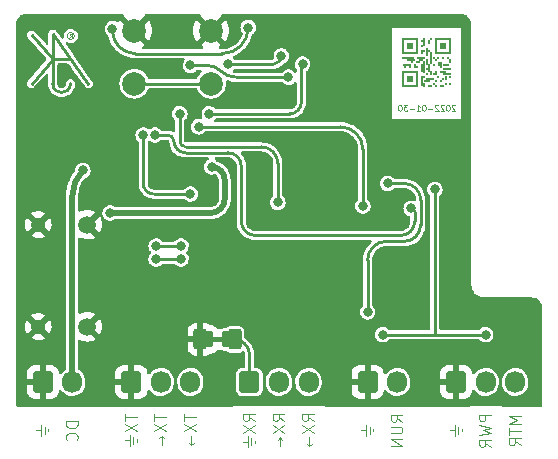
<source format=gbr>
%TF.GenerationSoftware,KiCad,Pcbnew,(6.0.1-0)*%
%TF.CreationDate,2022-01-30T13:21:24+00:00*%
%TF.ProjectId,ASR33,41535233-332e-46b6-9963-61645f706362,1*%
%TF.SameCoordinates,Original*%
%TF.FileFunction,Copper,L2,Bot*%
%TF.FilePolarity,Positive*%
%FSLAX46Y46*%
G04 Gerber Fmt 4.6, Leading zero omitted, Abs format (unit mm)*
G04 Created by KiCad (PCBNEW (6.0.1-0)) date 2022-01-30 13:21:24*
%MOMM*%
%LPD*%
G01*
G04 APERTURE LIST*
G04 Aperture macros list*
%AMRoundRect*
0 Rectangle with rounded corners*
0 $1 Rounding radius*
0 $2 $3 $4 $5 $6 $7 $8 $9 X,Y pos of 4 corners*
0 Add a 4 corners polygon primitive as box body*
4,1,4,$2,$3,$4,$5,$6,$7,$8,$9,$2,$3,0*
0 Add four circle primitives for the rounded corners*
1,1,$1+$1,$2,$3*
1,1,$1+$1,$4,$5*
1,1,$1+$1,$6,$7*
1,1,$1+$1,$8,$9*
0 Add four rect primitives between the rounded corners*
20,1,$1+$1,$2,$3,$4,$5,0*
20,1,$1+$1,$4,$5,$6,$7,0*
20,1,$1+$1,$6,$7,$8,$9,0*
20,1,$1+$1,$8,$9,$2,$3,0*%
G04 Aperture macros list end*
%ADD10C,0.100000*%
%TA.AperFunction,NonConductor*%
%ADD11C,0.100000*%
%TD*%
%ADD12C,0.080000*%
%TA.AperFunction,NonConductor*%
%ADD13C,0.080000*%
%TD*%
%TA.AperFunction,EtchedComponent*%
%ADD14C,0.250000*%
%TD*%
%TA.AperFunction,EtchedComponent*%
%ADD15C,0.080000*%
%TD*%
%TA.AperFunction,ComponentPad*%
%ADD16C,0.600000*%
%TD*%
%TA.AperFunction,ComponentPad*%
%ADD17C,1.500000*%
%TD*%
%TA.AperFunction,ComponentPad*%
%ADD18C,1.250000*%
%TD*%
%TA.AperFunction,ComponentPad*%
%ADD19C,0.350000*%
%TD*%
%TA.AperFunction,ComponentPad*%
%ADD20RoundRect,0.250000X-0.600000X-0.675000X0.600000X-0.675000X0.600000X0.675000X-0.600000X0.675000X0*%
%TD*%
%TA.AperFunction,ComponentPad*%
%ADD21O,1.700000X1.850000*%
%TD*%
%TA.AperFunction,ComponentPad*%
%ADD22C,2.000000*%
%TD*%
%TA.AperFunction,SMDPad,CuDef*%
%ADD23RoundRect,0.247500X-0.315000X-0.627500X0.315000X-0.627500X0.315000X0.627500X-0.315000X0.627500X0*%
%TD*%
%TA.AperFunction,SMDPad,CuDef*%
%ADD24RoundRect,0.256250X-0.256250X-0.443750X0.256250X-0.443750X0.256250X0.443750X-0.256250X0.443750X0*%
%TD*%
%TA.AperFunction,SMDPad,CuDef*%
%ADD25R,0.200000X0.200000*%
%TD*%
%TA.AperFunction,SMDPad,CuDef*%
%ADD26R,0.400000X0.200000*%
%TD*%
%TA.AperFunction,SMDPad,CuDef*%
%ADD27R,0.600000X0.600000*%
%TD*%
%TA.AperFunction,SMDPad,CuDef*%
%ADD28R,0.200000X1.200000*%
%TD*%
%TA.AperFunction,SMDPad,CuDef*%
%ADD29R,0.200000X0.800000*%
%TD*%
%TA.AperFunction,SMDPad,CuDef*%
%ADD30R,0.800000X0.200000*%
%TD*%
%TA.AperFunction,SMDPad,CuDef*%
%ADD31R,0.400000X0.400000*%
%TD*%
%TA.AperFunction,SMDPad,CuDef*%
%ADD32R,0.200000X0.400000*%
%TD*%
%TA.AperFunction,SMDPad,CuDef*%
%ADD33R,0.600000X0.200000*%
%TD*%
%TA.AperFunction,SMDPad,CuDef*%
%ADD34R,1.000000X0.200000*%
%TD*%
%TA.AperFunction,SMDPad,CuDef*%
%ADD35R,0.200000X1.000000*%
%TD*%
%TA.AperFunction,SMDPad,CuDef*%
%ADD36R,1.400000X0.200000*%
%TD*%
%TA.AperFunction,SMDPad,CuDef*%
%ADD37R,0.200000X0.600000*%
%TD*%
%TA.AperFunction,ViaPad*%
%ADD38C,0.800000*%
%TD*%
%TA.AperFunction,Conductor*%
%ADD39C,0.250000*%
%TD*%
%TA.AperFunction,Conductor*%
%ADD40C,0.500000*%
%TD*%
G04 APERTURE END LIST*
D10*
D11*
X149880952Y-117023809D02*
X149880952Y-117976190D01*
X150166666Y-117214285D02*
X150166666Y-117785714D01*
X149452380Y-117500000D02*
X149880952Y-117500000D01*
X150452380Y-117595238D02*
X150452380Y-117404761D01*
D10*
D11*
X122380952Y-117023809D02*
X122380952Y-117976190D01*
X122666666Y-117214285D02*
X122666666Y-117785714D01*
X121952380Y-117500000D02*
X122380952Y-117500000D01*
X122952380Y-117595238D02*
X122952380Y-117404761D01*
D10*
D11*
X131952380Y-116119047D02*
X131952380Y-116690476D01*
X132952380Y-116404761D02*
X131952380Y-116404761D01*
X131952380Y-116928571D02*
X132952380Y-117595238D01*
X131952380Y-117595238D02*
X132952380Y-116928571D01*
X132571428Y-118738095D02*
X132571428Y-117976190D01*
X132761904Y-118166666D02*
X132571428Y-117976190D01*
X132380952Y-118166666D01*
D10*
D11*
X162952380Y-116285714D02*
X161952380Y-116285714D01*
X162666666Y-116619047D01*
X161952380Y-116952380D01*
X162952380Y-116952380D01*
X161952380Y-117285714D02*
X161952380Y-117857142D01*
X162952380Y-117571428D02*
X161952380Y-117571428D01*
X162952380Y-118761904D02*
X162476190Y-118428571D01*
X162952380Y-118190476D02*
X161952380Y-118190476D01*
X161952380Y-118571428D01*
X162000000Y-118666666D01*
X162047619Y-118714285D01*
X162142857Y-118761904D01*
X162285714Y-118761904D01*
X162380952Y-118714285D01*
X162428571Y-118666666D01*
X162476190Y-118571428D01*
X162476190Y-118190476D01*
D10*
D11*
X157380952Y-117023809D02*
X157380952Y-117976190D01*
X157666666Y-117214285D02*
X157666666Y-117785714D01*
X156952380Y-117500000D02*
X157380952Y-117500000D01*
X157952380Y-117595238D02*
X157952380Y-117404761D01*
D10*
D11*
X145452380Y-116714285D02*
X144976190Y-116380952D01*
X145452380Y-116142857D02*
X144452380Y-116142857D01*
X144452380Y-116523809D01*
X144500000Y-116619047D01*
X144547619Y-116666666D01*
X144642857Y-116714285D01*
X144785714Y-116714285D01*
X144880952Y-116666666D01*
X144928571Y-116619047D01*
X144976190Y-116523809D01*
X144976190Y-116142857D01*
X144452380Y-117047619D02*
X145452380Y-117714285D01*
X144452380Y-117714285D02*
X145452380Y-117047619D01*
X145071428Y-118095238D02*
X145071428Y-118857142D01*
X145261904Y-118666666D02*
X145071428Y-118857142D01*
X144880952Y-118666666D01*
D10*
D11*
X152952380Y-116761904D02*
X152476190Y-116428571D01*
X152952380Y-116190476D02*
X151952380Y-116190476D01*
X151952380Y-116571428D01*
X152000000Y-116666666D01*
X152047619Y-116714285D01*
X152142857Y-116761904D01*
X152285714Y-116761904D01*
X152380952Y-116714285D01*
X152428571Y-116666666D01*
X152476190Y-116571428D01*
X152476190Y-116190476D01*
X151952380Y-117190476D02*
X152761904Y-117190476D01*
X152857142Y-117238095D01*
X152904761Y-117285714D01*
X152952380Y-117380952D01*
X152952380Y-117571428D01*
X152904761Y-117666666D01*
X152857142Y-117714285D01*
X152761904Y-117761904D01*
X151952380Y-117761904D01*
X152952380Y-118238095D02*
X151952380Y-118238095D01*
X152952380Y-118809523D01*
X151952380Y-118809523D01*
D10*
D11*
X125452380Y-116738095D02*
X124452380Y-116738095D01*
X124452380Y-116976190D01*
X124500000Y-117119047D01*
X124595238Y-117214285D01*
X124690476Y-117261904D01*
X124880952Y-117309523D01*
X125023809Y-117309523D01*
X125214285Y-117261904D01*
X125309523Y-117214285D01*
X125404761Y-117119047D01*
X125452380Y-116976190D01*
X125452380Y-116738095D01*
X125357142Y-118309523D02*
X125404761Y-118261904D01*
X125452380Y-118119047D01*
X125452380Y-118023809D01*
X125404761Y-117880952D01*
X125309523Y-117785714D01*
X125214285Y-117738095D01*
X125023809Y-117690476D01*
X124880952Y-117690476D01*
X124690476Y-117738095D01*
X124595238Y-117785714D01*
X124500000Y-117880952D01*
X124452380Y-118023809D01*
X124452380Y-118119047D01*
X124500000Y-118261904D01*
X124547619Y-118309523D01*
D10*
D11*
X134452380Y-116119047D02*
X134452380Y-116690476D01*
X135452380Y-116404761D02*
X134452380Y-116404761D01*
X134452380Y-116928571D02*
X135452380Y-117595238D01*
X134452380Y-117595238D02*
X135452380Y-116928571D01*
X135071428Y-117976190D02*
X135071428Y-118738095D01*
X135261904Y-118547619D02*
X135071428Y-118738095D01*
X134880952Y-118547619D01*
D12*
D13*
X157409142Y-89995619D02*
X157385523Y-89972000D01*
X157338285Y-89948380D01*
X157220190Y-89948380D01*
X157172952Y-89972000D01*
X157149333Y-89995619D01*
X157125714Y-90042857D01*
X157125714Y-90090095D01*
X157149333Y-90160952D01*
X157432761Y-90444380D01*
X157125714Y-90444380D01*
X156818666Y-89948380D02*
X156771428Y-89948380D01*
X156724190Y-89972000D01*
X156700571Y-89995619D01*
X156676952Y-90042857D01*
X156653333Y-90137333D01*
X156653333Y-90255428D01*
X156676952Y-90349904D01*
X156700571Y-90397142D01*
X156724190Y-90420761D01*
X156771428Y-90444380D01*
X156818666Y-90444380D01*
X156865904Y-90420761D01*
X156889523Y-90397142D01*
X156913142Y-90349904D01*
X156936761Y-90255428D01*
X156936761Y-90137333D01*
X156913142Y-90042857D01*
X156889523Y-89995619D01*
X156865904Y-89972000D01*
X156818666Y-89948380D01*
X156464380Y-89995619D02*
X156440761Y-89972000D01*
X156393523Y-89948380D01*
X156275428Y-89948380D01*
X156228190Y-89972000D01*
X156204571Y-89995619D01*
X156180952Y-90042857D01*
X156180952Y-90090095D01*
X156204571Y-90160952D01*
X156488000Y-90444380D01*
X156180952Y-90444380D01*
X155992000Y-89995619D02*
X155968380Y-89972000D01*
X155921142Y-89948380D01*
X155803047Y-89948380D01*
X155755809Y-89972000D01*
X155732190Y-89995619D01*
X155708571Y-90042857D01*
X155708571Y-90090095D01*
X155732190Y-90160952D01*
X156015619Y-90444380D01*
X155708571Y-90444380D01*
X155496000Y-90255428D02*
X155118095Y-90255428D01*
X154787428Y-89948380D02*
X154740190Y-89948380D01*
X154692952Y-89972000D01*
X154669333Y-89995619D01*
X154645714Y-90042857D01*
X154622095Y-90137333D01*
X154622095Y-90255428D01*
X154645714Y-90349904D01*
X154669333Y-90397142D01*
X154692952Y-90420761D01*
X154740190Y-90444380D01*
X154787428Y-90444380D01*
X154834666Y-90420761D01*
X154858285Y-90397142D01*
X154881904Y-90349904D01*
X154905523Y-90255428D01*
X154905523Y-90137333D01*
X154881904Y-90042857D01*
X154858285Y-89995619D01*
X154834666Y-89972000D01*
X154787428Y-89948380D01*
X154149714Y-90444380D02*
X154433142Y-90444380D01*
X154291428Y-90444380D02*
X154291428Y-89948380D01*
X154338666Y-90019238D01*
X154385904Y-90066476D01*
X154433142Y-90090095D01*
X153937142Y-90255428D02*
X153559238Y-90255428D01*
X153370285Y-89948380D02*
X153063238Y-89948380D01*
X153228571Y-90137333D01*
X153157714Y-90137333D01*
X153110476Y-90160952D01*
X153086857Y-90184571D01*
X153063238Y-90231809D01*
X153063238Y-90349904D01*
X153086857Y-90397142D01*
X153110476Y-90420761D01*
X153157714Y-90444380D01*
X153299428Y-90444380D01*
X153346666Y-90420761D01*
X153370285Y-90397142D01*
X152756190Y-89948380D02*
X152708952Y-89948380D01*
X152661714Y-89972000D01*
X152638095Y-89995619D01*
X152614476Y-90042857D01*
X152590857Y-90137333D01*
X152590857Y-90255428D01*
X152614476Y-90349904D01*
X152638095Y-90397142D01*
X152661714Y-90420761D01*
X152708952Y-90444380D01*
X152756190Y-90444380D01*
X152803428Y-90420761D01*
X152827047Y-90397142D01*
X152850666Y-90349904D01*
X152874285Y-90255428D01*
X152874285Y-90137333D01*
X152850666Y-90042857D01*
X152827047Y-89995619D01*
X152803428Y-89972000D01*
X152756190Y-89948380D01*
D10*
D11*
X129452380Y-116119047D02*
X129452380Y-116690476D01*
X130452380Y-116404761D02*
X129452380Y-116404761D01*
X129452380Y-116928571D02*
X130452380Y-117595238D01*
X129452380Y-117595238D02*
X130452380Y-116928571D01*
X129880952Y-117880952D02*
X129880952Y-118833333D01*
X130166666Y-118071428D02*
X130166666Y-118642857D01*
X129452380Y-118357142D02*
X129880952Y-118357142D01*
X130452380Y-118452380D02*
X130452380Y-118261904D01*
D10*
D11*
X160452380Y-116166666D02*
X159452380Y-116166666D01*
X159452380Y-116547619D01*
X159500000Y-116642857D01*
X159547619Y-116690476D01*
X159642857Y-116738095D01*
X159785714Y-116738095D01*
X159880952Y-116690476D01*
X159928571Y-116642857D01*
X159976190Y-116547619D01*
X159976190Y-116166666D01*
X159452380Y-117071428D02*
X160452380Y-117309523D01*
X159738095Y-117500000D01*
X160452380Y-117690476D01*
X159452380Y-117928571D01*
X160452380Y-118880952D02*
X159976190Y-118547619D01*
X160452380Y-118309523D02*
X159452380Y-118309523D01*
X159452380Y-118690476D01*
X159500000Y-118785714D01*
X159547619Y-118833333D01*
X159642857Y-118880952D01*
X159785714Y-118880952D01*
X159880952Y-118833333D01*
X159928571Y-118785714D01*
X159976190Y-118690476D01*
X159976190Y-118309523D01*
D10*
D11*
X140452380Y-116714285D02*
X139976190Y-116380952D01*
X140452380Y-116142857D02*
X139452380Y-116142857D01*
X139452380Y-116523809D01*
X139500000Y-116619047D01*
X139547619Y-116666666D01*
X139642857Y-116714285D01*
X139785714Y-116714285D01*
X139880952Y-116666666D01*
X139928571Y-116619047D01*
X139976190Y-116523809D01*
X139976190Y-116142857D01*
X139452380Y-117047619D02*
X140452380Y-117714285D01*
X139452380Y-117714285D02*
X140452380Y-117047619D01*
X139880952Y-118000000D02*
X139880952Y-118952380D01*
X140166666Y-118190476D02*
X140166666Y-118761904D01*
X139452380Y-118476190D02*
X139880952Y-118476190D01*
X140452380Y-118571428D02*
X140452380Y-118380952D01*
D10*
D11*
X142952380Y-116714285D02*
X142476190Y-116380952D01*
X142952380Y-116142857D02*
X141952380Y-116142857D01*
X141952380Y-116523809D01*
X142000000Y-116619047D01*
X142047619Y-116666666D01*
X142142857Y-116714285D01*
X142285714Y-116714285D01*
X142380952Y-116666666D01*
X142428571Y-116619047D01*
X142476190Y-116523809D01*
X142476190Y-116142857D01*
X141952380Y-117047619D02*
X142952380Y-117714285D01*
X141952380Y-117714285D02*
X142952380Y-117047619D01*
X142571428Y-118857142D02*
X142571428Y-118095238D01*
X142761904Y-118285714D02*
X142571428Y-118095238D01*
X142380952Y-118285714D01*
D14*
%TO.C,Logo1*%
X123350000Y-86050000D02*
X121550000Y-88150000D01*
X123350000Y-86050000D02*
X124850000Y-86050000D01*
D15*
X124950000Y-83950000D02*
X124950000Y-84250000D01*
D14*
X123350000Y-83950000D02*
X123350000Y-88150000D01*
D15*
X124950000Y-84110000D02*
X124850000Y-84110000D01*
X124950000Y-83950000D02*
X124850000Y-83950000D01*
D14*
X121550000Y-84050000D02*
X123350000Y-86050000D01*
D15*
X124850000Y-84110000D02*
X124750000Y-84250000D01*
D14*
X123350000Y-83950000D02*
X126350000Y-88150000D01*
X123350000Y-88150000D02*
G75*
G03*
X124850000Y-88150000I750000J0D01*
G01*
D15*
X124850000Y-83950000D02*
G75*
G03*
X124850000Y-84110000I0J-80000D01*
G01*
X125170000Y-84110000D02*
G75*
G03*
X125170000Y-84110000I-300000J0D01*
G01*
%TO.C,JP3*%
G36*
X137800000Y-110000000D02*
G01*
X136800000Y-110000000D01*
X136800000Y-109600000D01*
X137800000Y-109600000D01*
X137800000Y-110000000D01*
G37*
%TD*%
D16*
%TO.P,J1,S1,SHIELD*%
%TO.N,GND*%
X125790000Y-107290000D03*
D17*
X126280000Y-108720000D03*
D18*
X122110000Y-108720000D03*
X122110000Y-100080000D03*
D16*
X125790000Y-101510000D03*
D17*
X126280000Y-100080000D03*
%TD*%
D19*
%TO.P,U2,21,GND*%
%TO.N,GND*%
X133750000Y-94650000D03*
%TD*%
D20*
%TO.P,J5,1,Pin_1*%
%TO.N,GND*%
X130000000Y-113400000D03*
D21*
%TO.P,J5,2,Pin_2*%
%TO.N,Net-(J5-Pad2)*%
X132500000Y-113400000D03*
%TO.P,J5,3,Pin_3*%
%TO.N,Net-(J5-Pad3)*%
X135000000Y-113400000D03*
%TD*%
D22*
%TO.P,SW1,1,1*%
%TO.N,GND*%
X136750000Y-83650000D03*
X130250000Y-83650000D03*
%TO.P,SW1,2,2*%
%TO.N,BUTTON*%
X136750000Y-88150000D03*
X130250000Y-88150000D03*
%TD*%
D20*
%TO.P,J6,1,Pin_1*%
%TO.N,Net-(J6-Pad1)*%
X140000000Y-113400000D03*
D21*
%TO.P,J6,2,Pin_2*%
%TO.N,Net-(J6-Pad2)*%
X142500000Y-113400000D03*
%TO.P,J6,3,Pin_3*%
%TO.N,Net-(J6-Pad3)*%
X145000000Y-113400000D03*
%TD*%
D20*
%TO.P,J2,1,Pin_1*%
%TO.N,GND*%
X122500000Y-113400000D03*
D21*
%TO.P,J2,2,Pin_2*%
%TO.N,DC*%
X125000000Y-113400000D03*
%TD*%
D20*
%TO.P,J3,1,Pin_1*%
%TO.N,GND*%
X157500000Y-113400000D03*
D21*
%TO.P,J3,2,Pin_2*%
%TO.N,PWR*%
X160000000Y-113400000D03*
%TO.P,J3,3,Pin_3*%
%TO.N,MTR*%
X162500000Y-113400000D03*
%TD*%
D20*
%TO.P,J4,1,Pin_1*%
%TO.N,GND*%
X150000000Y-113400000D03*
D21*
%TO.P,J4,2,Pin_2*%
%TO.N,RUN*%
X152500000Y-113400000D03*
%TD*%
D23*
%TO.P,JP3,1,A*%
%TO.N,GND*%
X135837500Y-109800000D03*
D24*
X136387500Y-109800000D03*
%TO.P,JP3,2,B*%
%TO.N,Net-(J6-Pad1)*%
X138212500Y-109800000D03*
D23*
X138762500Y-109800000D03*
%TD*%
D25*
%TO.P,U7,*%
%TO.N,*%
X156000000Y-85950000D03*
X157000000Y-87550000D03*
X153800000Y-86350000D03*
D26*
X156300000Y-88350000D03*
D25*
X156400000Y-87750000D03*
X155200000Y-85350000D03*
D27*
X153600000Y-84950000D03*
D25*
X157000000Y-88150000D03*
X155400000Y-84350000D03*
D28*
X155800000Y-85050000D03*
D29*
X154600000Y-88050000D03*
D30*
X155300000Y-87750000D03*
D31*
X156100000Y-86450000D03*
D29*
X155200000Y-86850000D03*
D25*
X155600000Y-88150000D03*
D29*
X154600000Y-86850000D03*
D32*
X154800000Y-88250000D03*
X155400000Y-87250000D03*
D30*
X153700000Y-86150000D03*
D26*
X155300000Y-88350000D03*
D33*
X156600000Y-86550000D03*
D30*
X153300000Y-86550000D03*
D28*
X157000000Y-85050000D03*
D25*
X155000000Y-87350000D03*
D28*
X154200000Y-87850000D03*
D25*
X153600000Y-86750000D03*
D28*
X153000000Y-87850000D03*
D29*
X155000000Y-85450000D03*
D27*
X153600000Y-87750000D03*
D25*
X154600000Y-84550000D03*
D32*
X155200000Y-84650000D03*
D28*
X153000000Y-85050000D03*
D29*
X154800000Y-84650000D03*
D30*
X156700000Y-86950000D03*
D34*
X153400000Y-85950000D03*
D25*
X153200000Y-86750000D03*
D32*
X156600000Y-87650000D03*
D25*
X154600000Y-84950000D03*
D35*
X155400000Y-85950000D03*
D27*
X156400000Y-84950000D03*
D26*
X154700000Y-85350000D03*
D25*
X154200000Y-86750000D03*
X156200000Y-87950000D03*
X154600000Y-85550000D03*
D34*
X153600000Y-85550000D03*
D25*
X156800000Y-85950000D03*
D26*
X154300000Y-86350000D03*
D30*
X154500000Y-85950000D03*
D25*
X156000000Y-87550000D03*
X155800000Y-87950000D03*
D36*
X153600000Y-87150000D03*
X153600000Y-84350000D03*
D32*
X157000000Y-86250000D03*
X155800000Y-87250000D03*
D36*
X156400000Y-84350000D03*
D25*
X155600000Y-86550000D03*
D34*
X153600000Y-88350000D03*
D25*
X155000000Y-86950000D03*
X156400000Y-85950000D03*
X155600000Y-87350000D03*
D33*
X155000000Y-87950000D03*
D25*
X155800000Y-86150000D03*
X156600000Y-88150000D03*
D32*
X154000000Y-86650000D03*
D34*
X156400000Y-85550000D03*
D28*
X154200000Y-85050000D03*
D25*
X155800000Y-88350000D03*
D37*
X155000000Y-86350000D03*
D25*
X156200000Y-86750000D03*
D30*
X156700000Y-87350000D03*
D25*
X155600000Y-85950000D03*
D33*
X156400000Y-87150000D03*
D26*
X154700000Y-87550000D03*
D35*
X154800000Y-86750000D03*
D26*
X154500000Y-86150000D03*
%TD*%
D38*
%TO.N,BUTTON*%
X150000000Y-107471864D03*
%TO.N,GND*%
X126500000Y-90900000D03*
%TO.N,+3V3*%
X155700000Y-97100000D03*
X151300000Y-109400000D03*
X160000000Y-109400000D03*
X135000000Y-86600000D03*
X143300000Y-87600000D03*
%TO.N,VBUS*%
X136800000Y-95200000D03*
X128200000Y-99100000D03*
%TO.N,Net-(C1-Pad1)*%
X131000000Y-92500000D03*
X135000985Y-97498436D03*
%TO.N,O*%
X153700000Y-98700000D03*
X132000000Y-92500000D03*
%TO.N,I*%
X135700000Y-91800000D03*
X149600000Y-98500000D03*
%TO.N,EN*%
X136600000Y-90700000D03*
X144500000Y-86500000D03*
%TO.N,GPIO0*%
X134100000Y-90700000D03*
X142400000Y-98200000D03*
%TO.N,Net-(C2-Pad1)*%
X132100000Y-101900000D03*
X134200000Y-101900000D03*
%TO.N,R*%
X139900000Y-83400000D03*
X128400000Y-83500000D03*
%TO.N,B*%
X138200000Y-86500000D03*
X142700000Y-85800000D03*
%TO.N,Net-(C3-Pad1)*%
X132100000Y-103000000D03*
X134200000Y-103000000D03*
%TO.N,BUTTON*%
X151700000Y-96600000D03*
%TO.N,DC*%
X125900000Y-95500000D03*
%TD*%
D39*
%TO.N,BUTTON*%
X150000000Y-103100000D02*
X150000000Y-107471864D01*
%TO.N,+3V3*%
X136417755Y-86600000D02*
X135000000Y-86600000D01*
X155700000Y-109400000D02*
X160000000Y-109400000D01*
X151300000Y-109400000D02*
X155700000Y-109400000D01*
X155700000Y-97100000D02*
X155700000Y-109400000D01*
X138831967Y-87600000D02*
X143300000Y-87600000D01*
X136417755Y-86600001D02*
G75*
G02*
X137536570Y-87063430I0J-1582244D01*
G01*
X137536571Y-87063429D02*
G75*
G03*
X138831967Y-87600000I1295395J1295393D01*
G01*
D40*
%TO.N,VBUS*%
X137900000Y-97900000D02*
X137900000Y-96300000D01*
X128200000Y-99100000D02*
X136700000Y-99100000D01*
X136700000Y-99100000D02*
G75*
G03*
X137900000Y-97900000I0J1200000D01*
G01*
X136800000Y-95200000D02*
G75*
G02*
X137900000Y-96300000I-2J-1100002D01*
G01*
D39*
%TO.N,Net-(C1-Pad1)*%
X131000000Y-96600000D02*
X131000000Y-92500000D01*
X135000985Y-97498436D02*
X131898436Y-97498436D01*
X131000000Y-96600000D02*
G75*
G03*
X131898436Y-97498436I898437J1D01*
G01*
%TO.N,O*%
X139300000Y-95100000D02*
X139300000Y-99800000D01*
X154000000Y-99000000D02*
X154000000Y-99800000D01*
X132000000Y-92500000D02*
X133100000Y-92500000D01*
X140500000Y-101000000D02*
X152800000Y-101000000D01*
X134600000Y-94000000D02*
X138200000Y-94000000D01*
X140500000Y-101000000D02*
G75*
G02*
X139300000Y-99800000I0J1200000D01*
G01*
X139300000Y-95100000D02*
G75*
G03*
X138200000Y-94000000I-1100002J-2D01*
G01*
X134600000Y-94000000D02*
G75*
G02*
X133600000Y-93000000I-1J999999D01*
G01*
X133600000Y-93000000D02*
G75*
G03*
X133100000Y-92500000I-500001J-1D01*
G01*
X154000000Y-99000000D02*
G75*
G03*
X153700000Y-98700000I-300000J0D01*
G01*
X152800000Y-101000000D02*
G75*
G03*
X154000000Y-99800000I0J1200000D01*
G01*
%TO.N,I*%
X149600000Y-98500000D02*
X149600000Y-93700000D01*
X135700000Y-91800000D02*
X147700000Y-91800000D01*
X147700000Y-91800000D02*
G75*
G02*
X149600000Y-93700000I0J-1900000D01*
G01*
%TO.N,EN*%
X136600000Y-90700000D02*
X143400000Y-90700000D01*
X144400000Y-89700000D02*
X144400000Y-86600000D01*
X144400000Y-89700000D02*
G75*
G02*
X143400000Y-90700000I-999999J-1D01*
G01*
X144500000Y-86500000D02*
G75*
G03*
X144400000Y-86600000I-1J-99999D01*
G01*
%TO.N,GPIO0*%
X134600000Y-93500000D02*
X141000000Y-93500000D01*
X134100000Y-90700000D02*
X134100000Y-93000000D01*
X142400000Y-94900000D02*
X142400000Y-98200000D01*
X142400000Y-94900000D02*
G75*
G03*
X141000000Y-93500000I-1400002J-2D01*
G01*
X134600000Y-93500000D02*
G75*
G02*
X134100000Y-93000000I1J500001D01*
G01*
%TO.N,Net-(C2-Pad1)*%
X132100000Y-101900000D02*
X134000000Y-101900000D01*
%TO.N,R*%
X128400000Y-83500000D02*
X128400000Y-83673143D01*
X130326857Y-85600000D02*
X137700000Y-85600000D01*
X130326857Y-85600000D02*
G75*
G02*
X128400000Y-83673143I-1J1926856D01*
G01*
X139900000Y-83400000D02*
G75*
G02*
X137700000Y-85600000I-2200000J0D01*
G01*
%TO.N,B*%
X138200000Y-86500000D02*
X142000000Y-86500000D01*
X142700000Y-85800000D02*
G75*
G02*
X142000000Y-86500000I-699999J-1D01*
G01*
%TO.N,Net-(C3-Pad1)*%
X134200000Y-103000000D02*
X132200000Y-103000000D01*
X132100000Y-103100000D02*
G75*
G02*
X132200000Y-103000000I99999J1D01*
G01*
%TO.N,Net-(J6-Pad1)*%
X138212500Y-109800000D02*
X138700000Y-109800000D01*
X140000000Y-111100000D02*
X140000000Y-113400000D01*
X140000000Y-111100000D02*
G75*
G03*
X138700000Y-109800000I-1299999J1D01*
G01*
%TO.N,BUTTON*%
X151600000Y-101500000D02*
X153100000Y-101500000D01*
X154500000Y-100100000D02*
X154500000Y-98000000D01*
X136750000Y-88150000D02*
X130250000Y-88150000D01*
X153100000Y-96600000D02*
X151700000Y-96600000D01*
X150000000Y-103100000D02*
G75*
G02*
X151600000Y-101500000I1599999J1D01*
G01*
X154500000Y-100100000D02*
G75*
G02*
X153100000Y-101500000I-1400002J2D01*
G01*
X153100000Y-96600000D02*
G75*
G02*
X154500000Y-98000000I-2J-1400002D01*
G01*
D40*
%TO.N,DC*%
X125000000Y-97672792D02*
X125000000Y-113400000D01*
X125000001Y-97672792D02*
G75*
G02*
X125900001Y-95500001I3072784J3D01*
G01*
%TD*%
%TA.AperFunction,Conductor*%
%TO.N,GND*%
G36*
X129327799Y-82274002D02*
G01*
X129374292Y-82327658D01*
X129383983Y-82400599D01*
X129381388Y-82416255D01*
X129385876Y-82426666D01*
X130237188Y-83277978D01*
X130251132Y-83285592D01*
X130252965Y-83285461D01*
X130259580Y-83281210D01*
X131111080Y-82429710D01*
X131118694Y-82415766D01*
X131116779Y-82388990D01*
X131131870Y-82319615D01*
X131182072Y-82269413D01*
X131242458Y-82254000D01*
X135759678Y-82254000D01*
X135827799Y-82274002D01*
X135874292Y-82327658D01*
X135883983Y-82400599D01*
X135881388Y-82416255D01*
X135885876Y-82426666D01*
X136737188Y-83277978D01*
X136751132Y-83285592D01*
X136752965Y-83285461D01*
X136759580Y-83281210D01*
X137611080Y-82429710D01*
X137618694Y-82415766D01*
X137616779Y-82388990D01*
X137631870Y-82319615D01*
X137682072Y-82269413D01*
X137742458Y-82254000D01*
X157962575Y-82254000D01*
X157987153Y-82256421D01*
X158000000Y-82258976D01*
X158012172Y-82256555D01*
X158019754Y-82256555D01*
X158032104Y-82257162D01*
X158133188Y-82267118D01*
X158157408Y-82271935D01*
X158273617Y-82307187D01*
X158296418Y-82316631D01*
X158403517Y-82373876D01*
X158424047Y-82387594D01*
X158517909Y-82464626D01*
X158535374Y-82482091D01*
X158612406Y-82575953D01*
X158626124Y-82596483D01*
X158683369Y-82703582D01*
X158692813Y-82726383D01*
X158728065Y-82842592D01*
X158732882Y-82866812D01*
X158742838Y-82967896D01*
X158743445Y-82980246D01*
X158743445Y-82987828D01*
X158741024Y-83000000D01*
X158743445Y-83012170D01*
X158743579Y-83012844D01*
X158746000Y-83037425D01*
X158746000Y-104962575D01*
X158743579Y-104987153D01*
X158741024Y-105000000D01*
X158742841Y-105009134D01*
X158757608Y-105196775D01*
X158803687Y-105388706D01*
X158879222Y-105571065D01*
X158881807Y-105575284D01*
X158881813Y-105575295D01*
X158981432Y-105737857D01*
X159000000Y-105803692D01*
X159000000Y-106000000D01*
X159196308Y-106000000D01*
X159262143Y-106018568D01*
X159424705Y-106118187D01*
X159424716Y-106118193D01*
X159428935Y-106120778D01*
X159433505Y-106122671D01*
X159433509Y-106122673D01*
X159606721Y-106194419D01*
X159611294Y-106196313D01*
X159803225Y-106242392D01*
X159933253Y-106252625D01*
X159983190Y-106256555D01*
X159983191Y-106256555D01*
X159990866Y-106257159D01*
X160000000Y-106258976D01*
X160012847Y-106256421D01*
X160037425Y-106254000D01*
X163962575Y-106254000D01*
X163987153Y-106256421D01*
X164000000Y-106258976D01*
X164012172Y-106256555D01*
X164019754Y-106256555D01*
X164032104Y-106257162D01*
X164133188Y-106267118D01*
X164157408Y-106271935D01*
X164273617Y-106307187D01*
X164296418Y-106316631D01*
X164403517Y-106373876D01*
X164424047Y-106387594D01*
X164517909Y-106464626D01*
X164535374Y-106482091D01*
X164612406Y-106575953D01*
X164626124Y-106596483D01*
X164683369Y-106703582D01*
X164692813Y-106726383D01*
X164728065Y-106842592D01*
X164732882Y-106866812D01*
X164742838Y-106967896D01*
X164743445Y-106980246D01*
X164743445Y-106987828D01*
X164741024Y-107000000D01*
X164743445Y-107012170D01*
X164743579Y-107012844D01*
X164746000Y-107037425D01*
X164746000Y-115374000D01*
X164725998Y-115442121D01*
X164672342Y-115488614D01*
X164620000Y-115500000D01*
X161427549Y-115500000D01*
X161359428Y-115479998D01*
X161359000Y-115479678D01*
X161359000Y-115474571D01*
X158641000Y-115474571D01*
X158641000Y-115479890D01*
X158615263Y-115487447D01*
X158603668Y-115494898D01*
X158568176Y-115500000D01*
X153866443Y-115500000D01*
X153859000Y-115499200D01*
X153859000Y-115498381D01*
X151141000Y-115498381D01*
X151141000Y-115499207D01*
X151135486Y-115500000D01*
X146455026Y-115500000D01*
X146386905Y-115479998D01*
X146372514Y-115469225D01*
X146359000Y-115457515D01*
X146359000Y-115450762D01*
X138641000Y-115450762D01*
X138641000Y-115457650D01*
X138583045Y-115494896D01*
X138547546Y-115500000D01*
X120380000Y-115500000D01*
X120311879Y-115479998D01*
X120265386Y-115426342D01*
X120254000Y-115374000D01*
X120254000Y-114122095D01*
X121142001Y-114122095D01*
X121142338Y-114128614D01*
X121152257Y-114224206D01*
X121155149Y-114237600D01*
X121206588Y-114391784D01*
X121212761Y-114404962D01*
X121298063Y-114542807D01*
X121307099Y-114554208D01*
X121421829Y-114668739D01*
X121433240Y-114677751D01*
X121571243Y-114762816D01*
X121584424Y-114768963D01*
X121738710Y-114820138D01*
X121752086Y-114823005D01*
X121846438Y-114832672D01*
X121852854Y-114833000D01*
X122227885Y-114833000D01*
X122243124Y-114828525D01*
X122244329Y-114827135D01*
X122246000Y-114819452D01*
X122246000Y-114814884D01*
X122754000Y-114814884D01*
X122758475Y-114830123D01*
X122759865Y-114831328D01*
X122767548Y-114832999D01*
X123147095Y-114832999D01*
X123153614Y-114832662D01*
X123249206Y-114822743D01*
X123262600Y-114819851D01*
X123416784Y-114768412D01*
X123429962Y-114762239D01*
X123567807Y-114676937D01*
X123579208Y-114667901D01*
X123693739Y-114553171D01*
X123702751Y-114541760D01*
X123787816Y-114403757D01*
X123793963Y-114390576D01*
X123845138Y-114236290D01*
X123848005Y-114222914D01*
X123854869Y-114155919D01*
X123881710Y-114090192D01*
X123939824Y-114049410D01*
X124010762Y-114046520D01*
X124072001Y-114082442D01*
X124079299Y-114090928D01*
X124196514Y-114240149D01*
X124201044Y-114244080D01*
X124201045Y-114244081D01*
X124351165Y-114374350D01*
X124351170Y-114374354D01*
X124355696Y-114378281D01*
X124538126Y-114483819D01*
X124737222Y-114552957D01*
X124743155Y-114553817D01*
X124743158Y-114553818D01*
X124939860Y-114582338D01*
X124939863Y-114582338D01*
X124945800Y-114583199D01*
X125156333Y-114573455D01*
X125162157Y-114572051D01*
X125162160Y-114572051D01*
X125355393Y-114525482D01*
X125355395Y-114525481D01*
X125361226Y-114524076D01*
X125366684Y-114521594D01*
X125366688Y-114521593D01*
X125544414Y-114440785D01*
X125553084Y-114436843D01*
X125724986Y-114314904D01*
X125870728Y-114162660D01*
X125896920Y-114122095D01*
X128642001Y-114122095D01*
X128642338Y-114128614D01*
X128652257Y-114224206D01*
X128655149Y-114237600D01*
X128706588Y-114391784D01*
X128712761Y-114404962D01*
X128798063Y-114542807D01*
X128807099Y-114554208D01*
X128921829Y-114668739D01*
X128933240Y-114677751D01*
X129071243Y-114762816D01*
X129084424Y-114768963D01*
X129238710Y-114820138D01*
X129252086Y-114823005D01*
X129346438Y-114832672D01*
X129352854Y-114833000D01*
X129727885Y-114833000D01*
X129743124Y-114828525D01*
X129744329Y-114827135D01*
X129746000Y-114819452D01*
X129746000Y-114814884D01*
X130254000Y-114814884D01*
X130258475Y-114830123D01*
X130259865Y-114831328D01*
X130267548Y-114832999D01*
X130647095Y-114832999D01*
X130653614Y-114832662D01*
X130749206Y-114822743D01*
X130762600Y-114819851D01*
X130916784Y-114768412D01*
X130929962Y-114762239D01*
X131067807Y-114676937D01*
X131079208Y-114667901D01*
X131193739Y-114553171D01*
X131202751Y-114541760D01*
X131287816Y-114403757D01*
X131293963Y-114390576D01*
X131345138Y-114236290D01*
X131348005Y-114222914D01*
X131354869Y-114155919D01*
X131381710Y-114090192D01*
X131439824Y-114049410D01*
X131510762Y-114046520D01*
X131572001Y-114082442D01*
X131579299Y-114090928D01*
X131696514Y-114240149D01*
X131701044Y-114244080D01*
X131701045Y-114244081D01*
X131851165Y-114374350D01*
X131851170Y-114374354D01*
X131855696Y-114378281D01*
X132038126Y-114483819D01*
X132237222Y-114552957D01*
X132243155Y-114553817D01*
X132243158Y-114553818D01*
X132439860Y-114582338D01*
X132439863Y-114582338D01*
X132445800Y-114583199D01*
X132656333Y-114573455D01*
X132662157Y-114572051D01*
X132662160Y-114572051D01*
X132855393Y-114525482D01*
X132855395Y-114525481D01*
X132861226Y-114524076D01*
X132866684Y-114521594D01*
X132866688Y-114521593D01*
X133044414Y-114440785D01*
X133053084Y-114436843D01*
X133224986Y-114314904D01*
X133370728Y-114162660D01*
X133427710Y-114074410D01*
X133481800Y-113990640D01*
X133481801Y-113990637D01*
X133485052Y-113985603D01*
X133563834Y-113790122D01*
X133604229Y-113583271D01*
X133604500Y-113577730D01*
X133604500Y-113527659D01*
X133895500Y-113527659D01*
X133910493Y-113684806D01*
X133969823Y-113887042D01*
X133972573Y-113892381D01*
X134051960Y-114046520D01*
X134066324Y-114074410D01*
X134078721Y-114090192D01*
X134192808Y-114235432D01*
X134192812Y-114235436D01*
X134196514Y-114240149D01*
X134201044Y-114244080D01*
X134201045Y-114244081D01*
X134351165Y-114374350D01*
X134351170Y-114374354D01*
X134355696Y-114378281D01*
X134538126Y-114483819D01*
X134737222Y-114552957D01*
X134743155Y-114553817D01*
X134743158Y-114553818D01*
X134939860Y-114582338D01*
X134939863Y-114582338D01*
X134945800Y-114583199D01*
X135156333Y-114573455D01*
X135162157Y-114572051D01*
X135162160Y-114572051D01*
X135355393Y-114525482D01*
X135355395Y-114525481D01*
X135361226Y-114524076D01*
X135366684Y-114521594D01*
X135366688Y-114521593D01*
X135544414Y-114440785D01*
X135553084Y-114436843D01*
X135724986Y-114314904D01*
X135870728Y-114162660D01*
X135927710Y-114074410D01*
X135981800Y-113990640D01*
X135981801Y-113990637D01*
X135985052Y-113985603D01*
X136063834Y-113790122D01*
X136104229Y-113583271D01*
X136104500Y-113577730D01*
X136104500Y-113272341D01*
X136089507Y-113115194D01*
X136030177Y-112912958D01*
X135979415Y-112814397D01*
X135936422Y-112730921D01*
X135936420Y-112730918D01*
X135933676Y-112725590D01*
X135864355Y-112637340D01*
X135807192Y-112564568D01*
X135807188Y-112564564D01*
X135803486Y-112559851D01*
X135798955Y-112555919D01*
X135648835Y-112425650D01*
X135648830Y-112425646D01*
X135644304Y-112421719D01*
X135461874Y-112316181D01*
X135262778Y-112247043D01*
X135256845Y-112246183D01*
X135256842Y-112246182D01*
X135060140Y-112217662D01*
X135060137Y-112217662D01*
X135054200Y-112216801D01*
X134843667Y-112226545D01*
X134837843Y-112227949D01*
X134837840Y-112227949D01*
X134644607Y-112274518D01*
X134644605Y-112274519D01*
X134638774Y-112275924D01*
X134633316Y-112278406D01*
X134633312Y-112278407D01*
X134554562Y-112314213D01*
X134446916Y-112363157D01*
X134275014Y-112485096D01*
X134129272Y-112637340D01*
X134126021Y-112642375D01*
X134068848Y-112730921D01*
X134014948Y-112814397D01*
X133936166Y-113009878D01*
X133895771Y-113216729D01*
X133895500Y-113222270D01*
X133895500Y-113527659D01*
X133604500Y-113527659D01*
X133604500Y-113272341D01*
X133589507Y-113115194D01*
X133530177Y-112912958D01*
X133479415Y-112814397D01*
X133436422Y-112730921D01*
X133436420Y-112730918D01*
X133433676Y-112725590D01*
X133364355Y-112637340D01*
X133307192Y-112564568D01*
X133307188Y-112564564D01*
X133303486Y-112559851D01*
X133298955Y-112555919D01*
X133148835Y-112425650D01*
X133148830Y-112425646D01*
X133144304Y-112421719D01*
X132961874Y-112316181D01*
X132762778Y-112247043D01*
X132756845Y-112246183D01*
X132756842Y-112246182D01*
X132560140Y-112217662D01*
X132560137Y-112217662D01*
X132554200Y-112216801D01*
X132343667Y-112226545D01*
X132337843Y-112227949D01*
X132337840Y-112227949D01*
X132144607Y-112274518D01*
X132144605Y-112274519D01*
X132138774Y-112275924D01*
X132133316Y-112278406D01*
X132133312Y-112278407D01*
X132054562Y-112314213D01*
X131946916Y-112363157D01*
X131775014Y-112485096D01*
X131629272Y-112637340D01*
X131626021Y-112642375D01*
X131586447Y-112703664D01*
X131532692Y-112750042D01*
X131462396Y-112759995D01*
X131397879Y-112730363D01*
X131359623Y-112670555D01*
X131355268Y-112648319D01*
X131347743Y-112575794D01*
X131344851Y-112562400D01*
X131293412Y-112408216D01*
X131287239Y-112395038D01*
X131201937Y-112257193D01*
X131192901Y-112245792D01*
X131078171Y-112131261D01*
X131066760Y-112122249D01*
X130928757Y-112037184D01*
X130915576Y-112031037D01*
X130761290Y-111979862D01*
X130747914Y-111976995D01*
X130653562Y-111967328D01*
X130647145Y-111967000D01*
X130272115Y-111967000D01*
X130256876Y-111971475D01*
X130255671Y-111972865D01*
X130254000Y-111980548D01*
X130254000Y-114814884D01*
X129746000Y-114814884D01*
X129746000Y-113672115D01*
X129741525Y-113656876D01*
X129740135Y-113655671D01*
X129732452Y-113654000D01*
X128660116Y-113654000D01*
X128644877Y-113658475D01*
X128643672Y-113659865D01*
X128642001Y-113667548D01*
X128642001Y-114122095D01*
X125896920Y-114122095D01*
X125927710Y-114074410D01*
X125981800Y-113990640D01*
X125981801Y-113990637D01*
X125985052Y-113985603D01*
X126063834Y-113790122D01*
X126104229Y-113583271D01*
X126104500Y-113577730D01*
X126104500Y-113272341D01*
X126090718Y-113127885D01*
X128642000Y-113127885D01*
X128646475Y-113143124D01*
X128647865Y-113144329D01*
X128655548Y-113146000D01*
X129727885Y-113146000D01*
X129743124Y-113141525D01*
X129744329Y-113140135D01*
X129746000Y-113132452D01*
X129746000Y-111985116D01*
X129741525Y-111969877D01*
X129740135Y-111968672D01*
X129732452Y-111967001D01*
X129352905Y-111967001D01*
X129346386Y-111967338D01*
X129250794Y-111977257D01*
X129237400Y-111980149D01*
X129083216Y-112031588D01*
X129070038Y-112037761D01*
X128932193Y-112123063D01*
X128920792Y-112132099D01*
X128806261Y-112246829D01*
X128797249Y-112258240D01*
X128712184Y-112396243D01*
X128706037Y-112409424D01*
X128654862Y-112563710D01*
X128651995Y-112577086D01*
X128642328Y-112671438D01*
X128642000Y-112677855D01*
X128642000Y-113127885D01*
X126090718Y-113127885D01*
X126089507Y-113115194D01*
X126030177Y-112912958D01*
X125979415Y-112814397D01*
X125936422Y-112730921D01*
X125936420Y-112730918D01*
X125933676Y-112725590D01*
X125864355Y-112637340D01*
X125807192Y-112564568D01*
X125807188Y-112564564D01*
X125803486Y-112559851D01*
X125798955Y-112555919D01*
X125648835Y-112425650D01*
X125648830Y-112425646D01*
X125644304Y-112421719D01*
X125567405Y-112377232D01*
X125518456Y-112325807D01*
X125504500Y-112268168D01*
X125504500Y-110474430D01*
X134767000Y-110474430D01*
X134767337Y-110480946D01*
X134777219Y-110576190D01*
X134780112Y-110589586D01*
X134831367Y-110743216D01*
X134837541Y-110756395D01*
X134922535Y-110893744D01*
X134931571Y-110905145D01*
X135045889Y-111019264D01*
X135057300Y-111028276D01*
X135194808Y-111113037D01*
X135207986Y-111119181D01*
X135361725Y-111170174D01*
X135375090Y-111173040D01*
X135469105Y-111182672D01*
X135475521Y-111183000D01*
X135565385Y-111183000D01*
X135580624Y-111178525D01*
X135581829Y-111177135D01*
X135583500Y-111169452D01*
X135583500Y-111164885D01*
X136091500Y-111164885D01*
X136095975Y-111180124D01*
X136097365Y-111181329D01*
X136105048Y-111183000D01*
X136199430Y-111183000D01*
X136205946Y-111182663D01*
X136301190Y-111172781D01*
X136314586Y-111169888D01*
X136468216Y-111118633D01*
X136481395Y-111112459D01*
X136619728Y-111026856D01*
X136686031Y-111008000D01*
X136691266Y-111008000D01*
X136697781Y-111007663D01*
X136794241Y-110997654D01*
X136807641Y-110994760D01*
X136963209Y-110942859D01*
X136976377Y-110936691D01*
X137115466Y-110850619D01*
X137126867Y-110841583D01*
X137242428Y-110725821D01*
X137244726Y-110722911D01*
X137246803Y-110721438D01*
X137247599Y-110720641D01*
X137247735Y-110720777D01*
X137302641Y-110681847D01*
X137343610Y-110675000D01*
X137639857Y-110675000D01*
X137700365Y-110690479D01*
X137701267Y-110690973D01*
X137708454Y-110696359D01*
X137716859Y-110699510D01*
X137716863Y-110699512D01*
X137838051Y-110744943D01*
X137838053Y-110744943D01*
X137845446Y-110747715D01*
X137853294Y-110748568D01*
X137853296Y-110748568D01*
X137904507Y-110754131D01*
X137907904Y-110754500D01*
X138006872Y-110754500D01*
X138074993Y-110774502D01*
X138088082Y-110785050D01*
X138088882Y-110786118D01*
X138096058Y-110791496D01*
X138196764Y-110866970D01*
X138203949Y-110872355D01*
X138212357Y-110875507D01*
X138331199Y-110920059D01*
X138331201Y-110920059D01*
X138338594Y-110922831D01*
X138346442Y-110923684D01*
X138346444Y-110923684D01*
X138396577Y-110929130D01*
X138399983Y-110929500D01*
X138762446Y-110929500D01*
X139125016Y-110929499D01*
X139128411Y-110929130D01*
X139128416Y-110929130D01*
X139178548Y-110923685D01*
X139178552Y-110923684D01*
X139186406Y-110922831D01*
X139321051Y-110872355D01*
X139328234Y-110866972D01*
X139328238Y-110866970D01*
X139394589Y-110817243D01*
X139461095Y-110792396D01*
X139530478Y-110807449D01*
X139580707Y-110857624D01*
X139591859Y-110885456D01*
X139603661Y-110929500D01*
X139603663Y-110929508D01*
X139607476Y-110951135D01*
X139617469Y-111065349D01*
X139616946Y-111080290D01*
X139617321Y-111080290D01*
X139617321Y-111090204D01*
X139615769Y-111100000D01*
X139617320Y-111109792D01*
X139617320Y-111109794D01*
X139618949Y-111120077D01*
X139620500Y-111139788D01*
X139620500Y-112094500D01*
X139600498Y-112162621D01*
X139546842Y-112209114D01*
X139494500Y-112220500D01*
X139352244Y-112220500D01*
X139348848Y-112220869D01*
X139348847Y-112220869D01*
X139298403Y-112226349D01*
X139298402Y-112226349D01*
X139290552Y-112227202D01*
X139283159Y-112229974D01*
X139283157Y-112229974D01*
X139244954Y-112244296D01*
X139155236Y-112277929D01*
X139148057Y-112283309D01*
X139148054Y-112283311D01*
X139071292Y-112340841D01*
X139039596Y-112364596D01*
X139034215Y-112371776D01*
X138958311Y-112473054D01*
X138958309Y-112473057D01*
X138952929Y-112480236D01*
X138902202Y-112615552D01*
X138895500Y-112677244D01*
X138895500Y-114122756D01*
X138902202Y-114184448D01*
X138952929Y-114319764D01*
X138958309Y-114326943D01*
X138958311Y-114326946D01*
X138996785Y-114378281D01*
X139039596Y-114435404D01*
X139046776Y-114440785D01*
X139148054Y-114516689D01*
X139148057Y-114516691D01*
X139155236Y-114522071D01*
X139238196Y-114553171D01*
X139283157Y-114570026D01*
X139283159Y-114570026D01*
X139290552Y-114572798D01*
X139298402Y-114573651D01*
X139298403Y-114573651D01*
X139299149Y-114573732D01*
X139352244Y-114579500D01*
X140647756Y-114579500D01*
X140700851Y-114573732D01*
X140701597Y-114573651D01*
X140701598Y-114573651D01*
X140709448Y-114572798D01*
X140716841Y-114570026D01*
X140716843Y-114570026D01*
X140761804Y-114553171D01*
X140844764Y-114522071D01*
X140851943Y-114516691D01*
X140851946Y-114516689D01*
X140953224Y-114440785D01*
X140960404Y-114435404D01*
X141003215Y-114378281D01*
X141041689Y-114326946D01*
X141041691Y-114326943D01*
X141047071Y-114319764D01*
X141097798Y-114184448D01*
X141104500Y-114122756D01*
X141104500Y-113527659D01*
X141395500Y-113527659D01*
X141410493Y-113684806D01*
X141469823Y-113887042D01*
X141472573Y-113892381D01*
X141551960Y-114046520D01*
X141566324Y-114074410D01*
X141578721Y-114090192D01*
X141692808Y-114235432D01*
X141692812Y-114235436D01*
X141696514Y-114240149D01*
X141701044Y-114244080D01*
X141701045Y-114244081D01*
X141851165Y-114374350D01*
X141851170Y-114374354D01*
X141855696Y-114378281D01*
X142038126Y-114483819D01*
X142237222Y-114552957D01*
X142243155Y-114553817D01*
X142243158Y-114553818D01*
X142439860Y-114582338D01*
X142439863Y-114582338D01*
X142445800Y-114583199D01*
X142656333Y-114573455D01*
X142662157Y-114572051D01*
X142662160Y-114572051D01*
X142855393Y-114525482D01*
X142855395Y-114525481D01*
X142861226Y-114524076D01*
X142866684Y-114521594D01*
X142866688Y-114521593D01*
X143044414Y-114440785D01*
X143053084Y-114436843D01*
X143224986Y-114314904D01*
X143370728Y-114162660D01*
X143427710Y-114074410D01*
X143481800Y-113990640D01*
X143481801Y-113990637D01*
X143485052Y-113985603D01*
X143563834Y-113790122D01*
X143604229Y-113583271D01*
X143604500Y-113577730D01*
X143604500Y-113527659D01*
X143895500Y-113527659D01*
X143910493Y-113684806D01*
X143969823Y-113887042D01*
X143972573Y-113892381D01*
X144051960Y-114046520D01*
X144066324Y-114074410D01*
X144078721Y-114090192D01*
X144192808Y-114235432D01*
X144192812Y-114235436D01*
X144196514Y-114240149D01*
X144201044Y-114244080D01*
X144201045Y-114244081D01*
X144351165Y-114374350D01*
X144351170Y-114374354D01*
X144355696Y-114378281D01*
X144538126Y-114483819D01*
X144737222Y-114552957D01*
X144743155Y-114553817D01*
X144743158Y-114553818D01*
X144939860Y-114582338D01*
X144939863Y-114582338D01*
X144945800Y-114583199D01*
X145156333Y-114573455D01*
X145162157Y-114572051D01*
X145162160Y-114572051D01*
X145355393Y-114525482D01*
X145355395Y-114525481D01*
X145361226Y-114524076D01*
X145366684Y-114521594D01*
X145366688Y-114521593D01*
X145544414Y-114440785D01*
X145553084Y-114436843D01*
X145724986Y-114314904D01*
X145870728Y-114162660D01*
X145896920Y-114122095D01*
X148642001Y-114122095D01*
X148642338Y-114128614D01*
X148652257Y-114224206D01*
X148655149Y-114237600D01*
X148706588Y-114391784D01*
X148712761Y-114404962D01*
X148798063Y-114542807D01*
X148807099Y-114554208D01*
X148921829Y-114668739D01*
X148933240Y-114677751D01*
X149071243Y-114762816D01*
X149084424Y-114768963D01*
X149238710Y-114820138D01*
X149252086Y-114823005D01*
X149346438Y-114832672D01*
X149352854Y-114833000D01*
X149727885Y-114833000D01*
X149743124Y-114828525D01*
X149744329Y-114827135D01*
X149746000Y-114819452D01*
X149746000Y-114814884D01*
X150254000Y-114814884D01*
X150258475Y-114830123D01*
X150259865Y-114831328D01*
X150267548Y-114832999D01*
X150647095Y-114832999D01*
X150653614Y-114832662D01*
X150749206Y-114822743D01*
X150762600Y-114819851D01*
X150916784Y-114768412D01*
X150929962Y-114762239D01*
X151067807Y-114676937D01*
X151079208Y-114667901D01*
X151193739Y-114553171D01*
X151202751Y-114541760D01*
X151287816Y-114403757D01*
X151293963Y-114390576D01*
X151345138Y-114236290D01*
X151348005Y-114222914D01*
X151354869Y-114155919D01*
X151381710Y-114090192D01*
X151439824Y-114049410D01*
X151510762Y-114046520D01*
X151572001Y-114082442D01*
X151579299Y-114090928D01*
X151696514Y-114240149D01*
X151701044Y-114244080D01*
X151701045Y-114244081D01*
X151851165Y-114374350D01*
X151851170Y-114374354D01*
X151855696Y-114378281D01*
X152038126Y-114483819D01*
X152237222Y-114552957D01*
X152243155Y-114553817D01*
X152243158Y-114553818D01*
X152439860Y-114582338D01*
X152439863Y-114582338D01*
X152445800Y-114583199D01*
X152656333Y-114573455D01*
X152662157Y-114572051D01*
X152662160Y-114572051D01*
X152855393Y-114525482D01*
X152855395Y-114525481D01*
X152861226Y-114524076D01*
X152866684Y-114521594D01*
X152866688Y-114521593D01*
X153044414Y-114440785D01*
X153053084Y-114436843D01*
X153224986Y-114314904D01*
X153370728Y-114162660D01*
X153396920Y-114122095D01*
X156142001Y-114122095D01*
X156142338Y-114128614D01*
X156152257Y-114224206D01*
X156155149Y-114237600D01*
X156206588Y-114391784D01*
X156212761Y-114404962D01*
X156298063Y-114542807D01*
X156307099Y-114554208D01*
X156421829Y-114668739D01*
X156433240Y-114677751D01*
X156571243Y-114762816D01*
X156584424Y-114768963D01*
X156738710Y-114820138D01*
X156752086Y-114823005D01*
X156846438Y-114832672D01*
X156852854Y-114833000D01*
X157227885Y-114833000D01*
X157243124Y-114828525D01*
X157244329Y-114827135D01*
X157246000Y-114819452D01*
X157246000Y-114814884D01*
X157754000Y-114814884D01*
X157758475Y-114830123D01*
X157759865Y-114831328D01*
X157767548Y-114832999D01*
X158147095Y-114832999D01*
X158153614Y-114832662D01*
X158249206Y-114822743D01*
X158262600Y-114819851D01*
X158416784Y-114768412D01*
X158429962Y-114762239D01*
X158567807Y-114676937D01*
X158579208Y-114667901D01*
X158693739Y-114553171D01*
X158702751Y-114541760D01*
X158787816Y-114403757D01*
X158793963Y-114390576D01*
X158845138Y-114236290D01*
X158848005Y-114222914D01*
X158854869Y-114155919D01*
X158881710Y-114090192D01*
X158939824Y-114049410D01*
X159010762Y-114046520D01*
X159072001Y-114082442D01*
X159079299Y-114090928D01*
X159196514Y-114240149D01*
X159201044Y-114244080D01*
X159201045Y-114244081D01*
X159351165Y-114374350D01*
X159351170Y-114374354D01*
X159355696Y-114378281D01*
X159538126Y-114483819D01*
X159737222Y-114552957D01*
X159743155Y-114553817D01*
X159743158Y-114553818D01*
X159939860Y-114582338D01*
X159939863Y-114582338D01*
X159945800Y-114583199D01*
X160156333Y-114573455D01*
X160162157Y-114572051D01*
X160162160Y-114572051D01*
X160355393Y-114525482D01*
X160355395Y-114525481D01*
X160361226Y-114524076D01*
X160366684Y-114521594D01*
X160366688Y-114521593D01*
X160544414Y-114440785D01*
X160553084Y-114436843D01*
X160724986Y-114314904D01*
X160870728Y-114162660D01*
X160927710Y-114074410D01*
X160981800Y-113990640D01*
X160981801Y-113990637D01*
X160985052Y-113985603D01*
X161063834Y-113790122D01*
X161104229Y-113583271D01*
X161104500Y-113577730D01*
X161104500Y-113527659D01*
X161395500Y-113527659D01*
X161410493Y-113684806D01*
X161469823Y-113887042D01*
X161472573Y-113892381D01*
X161551960Y-114046520D01*
X161566324Y-114074410D01*
X161578721Y-114090192D01*
X161692808Y-114235432D01*
X161692812Y-114235436D01*
X161696514Y-114240149D01*
X161701044Y-114244080D01*
X161701045Y-114244081D01*
X161851165Y-114374350D01*
X161851170Y-114374354D01*
X161855696Y-114378281D01*
X162038126Y-114483819D01*
X162237222Y-114552957D01*
X162243155Y-114553817D01*
X162243158Y-114553818D01*
X162439860Y-114582338D01*
X162439863Y-114582338D01*
X162445800Y-114583199D01*
X162656333Y-114573455D01*
X162662157Y-114572051D01*
X162662160Y-114572051D01*
X162855393Y-114525482D01*
X162855395Y-114525481D01*
X162861226Y-114524076D01*
X162866684Y-114521594D01*
X162866688Y-114521593D01*
X163044414Y-114440785D01*
X163053084Y-114436843D01*
X163224986Y-114314904D01*
X163370728Y-114162660D01*
X163427710Y-114074410D01*
X163481800Y-113990640D01*
X163481801Y-113990637D01*
X163485052Y-113985603D01*
X163563834Y-113790122D01*
X163604229Y-113583271D01*
X163604500Y-113577730D01*
X163604500Y-113272341D01*
X163589507Y-113115194D01*
X163530177Y-112912958D01*
X163479415Y-112814397D01*
X163436422Y-112730921D01*
X163436420Y-112730918D01*
X163433676Y-112725590D01*
X163364355Y-112637340D01*
X163307192Y-112564568D01*
X163307188Y-112564564D01*
X163303486Y-112559851D01*
X163298955Y-112555919D01*
X163148835Y-112425650D01*
X163148830Y-112425646D01*
X163144304Y-112421719D01*
X162961874Y-112316181D01*
X162762778Y-112247043D01*
X162756845Y-112246183D01*
X162756842Y-112246182D01*
X162560140Y-112217662D01*
X162560137Y-112217662D01*
X162554200Y-112216801D01*
X162343667Y-112226545D01*
X162337843Y-112227949D01*
X162337840Y-112227949D01*
X162144607Y-112274518D01*
X162144605Y-112274519D01*
X162138774Y-112275924D01*
X162133316Y-112278406D01*
X162133312Y-112278407D01*
X162054562Y-112314213D01*
X161946916Y-112363157D01*
X161775014Y-112485096D01*
X161629272Y-112637340D01*
X161626021Y-112642375D01*
X161568848Y-112730921D01*
X161514948Y-112814397D01*
X161436166Y-113009878D01*
X161395771Y-113216729D01*
X161395500Y-113222270D01*
X161395500Y-113527659D01*
X161104500Y-113527659D01*
X161104500Y-113272341D01*
X161089507Y-113115194D01*
X161030177Y-112912958D01*
X160979415Y-112814397D01*
X160936422Y-112730921D01*
X160936420Y-112730918D01*
X160933676Y-112725590D01*
X160864355Y-112637340D01*
X160807192Y-112564568D01*
X160807188Y-112564564D01*
X160803486Y-112559851D01*
X160798955Y-112555919D01*
X160648835Y-112425650D01*
X160648830Y-112425646D01*
X160644304Y-112421719D01*
X160461874Y-112316181D01*
X160262778Y-112247043D01*
X160256845Y-112246183D01*
X160256842Y-112246182D01*
X160060140Y-112217662D01*
X160060137Y-112217662D01*
X160054200Y-112216801D01*
X159843667Y-112226545D01*
X159837843Y-112227949D01*
X159837840Y-112227949D01*
X159644607Y-112274518D01*
X159644605Y-112274519D01*
X159638774Y-112275924D01*
X159633316Y-112278406D01*
X159633312Y-112278407D01*
X159554562Y-112314213D01*
X159446916Y-112363157D01*
X159275014Y-112485096D01*
X159129272Y-112637340D01*
X159126021Y-112642375D01*
X159086447Y-112703664D01*
X159032692Y-112750042D01*
X158962396Y-112759995D01*
X158897879Y-112730363D01*
X158859623Y-112670555D01*
X158855268Y-112648319D01*
X158847743Y-112575794D01*
X158844851Y-112562400D01*
X158793412Y-112408216D01*
X158787239Y-112395038D01*
X158701937Y-112257193D01*
X158692901Y-112245792D01*
X158578171Y-112131261D01*
X158566760Y-112122249D01*
X158428757Y-112037184D01*
X158415576Y-112031037D01*
X158261290Y-111979862D01*
X158247914Y-111976995D01*
X158153562Y-111967328D01*
X158147145Y-111967000D01*
X157772115Y-111967000D01*
X157756876Y-111971475D01*
X157755671Y-111972865D01*
X157754000Y-111980548D01*
X157754000Y-114814884D01*
X157246000Y-114814884D01*
X157246000Y-113672115D01*
X157241525Y-113656876D01*
X157240135Y-113655671D01*
X157232452Y-113654000D01*
X156160116Y-113654000D01*
X156144877Y-113658475D01*
X156143672Y-113659865D01*
X156142001Y-113667548D01*
X156142001Y-114122095D01*
X153396920Y-114122095D01*
X153427710Y-114074410D01*
X153481800Y-113990640D01*
X153481801Y-113990637D01*
X153485052Y-113985603D01*
X153563834Y-113790122D01*
X153604229Y-113583271D01*
X153604500Y-113577730D01*
X153604500Y-113272341D01*
X153590718Y-113127885D01*
X156142000Y-113127885D01*
X156146475Y-113143124D01*
X156147865Y-113144329D01*
X156155548Y-113146000D01*
X157227885Y-113146000D01*
X157243124Y-113141525D01*
X157244329Y-113140135D01*
X157246000Y-113132452D01*
X157246000Y-111985116D01*
X157241525Y-111969877D01*
X157240135Y-111968672D01*
X157232452Y-111967001D01*
X156852905Y-111967001D01*
X156846386Y-111967338D01*
X156750794Y-111977257D01*
X156737400Y-111980149D01*
X156583216Y-112031588D01*
X156570038Y-112037761D01*
X156432193Y-112123063D01*
X156420792Y-112132099D01*
X156306261Y-112246829D01*
X156297249Y-112258240D01*
X156212184Y-112396243D01*
X156206037Y-112409424D01*
X156154862Y-112563710D01*
X156151995Y-112577086D01*
X156142328Y-112671438D01*
X156142000Y-112677855D01*
X156142000Y-113127885D01*
X153590718Y-113127885D01*
X153589507Y-113115194D01*
X153530177Y-112912958D01*
X153479415Y-112814397D01*
X153436422Y-112730921D01*
X153436420Y-112730918D01*
X153433676Y-112725590D01*
X153364355Y-112637340D01*
X153307192Y-112564568D01*
X153307188Y-112564564D01*
X153303486Y-112559851D01*
X153298955Y-112555919D01*
X153148835Y-112425650D01*
X153148830Y-112425646D01*
X153144304Y-112421719D01*
X152961874Y-112316181D01*
X152762778Y-112247043D01*
X152756845Y-112246183D01*
X152756842Y-112246182D01*
X152560140Y-112217662D01*
X152560137Y-112217662D01*
X152554200Y-112216801D01*
X152343667Y-112226545D01*
X152337843Y-112227949D01*
X152337840Y-112227949D01*
X152144607Y-112274518D01*
X152144605Y-112274519D01*
X152138774Y-112275924D01*
X152133316Y-112278406D01*
X152133312Y-112278407D01*
X152054562Y-112314213D01*
X151946916Y-112363157D01*
X151775014Y-112485096D01*
X151629272Y-112637340D01*
X151626021Y-112642375D01*
X151586447Y-112703664D01*
X151532692Y-112750042D01*
X151462396Y-112759995D01*
X151397879Y-112730363D01*
X151359623Y-112670555D01*
X151355268Y-112648319D01*
X151347743Y-112575794D01*
X151344851Y-112562400D01*
X151293412Y-112408216D01*
X151287239Y-112395038D01*
X151201937Y-112257193D01*
X151192901Y-112245792D01*
X151078171Y-112131261D01*
X151066760Y-112122249D01*
X150928757Y-112037184D01*
X150915576Y-112031037D01*
X150761290Y-111979862D01*
X150747914Y-111976995D01*
X150653562Y-111967328D01*
X150647145Y-111967000D01*
X150272115Y-111967000D01*
X150256876Y-111971475D01*
X150255671Y-111972865D01*
X150254000Y-111980548D01*
X150254000Y-114814884D01*
X149746000Y-114814884D01*
X149746000Y-113672115D01*
X149741525Y-113656876D01*
X149740135Y-113655671D01*
X149732452Y-113654000D01*
X148660116Y-113654000D01*
X148644877Y-113658475D01*
X148643672Y-113659865D01*
X148642001Y-113667548D01*
X148642001Y-114122095D01*
X145896920Y-114122095D01*
X145927710Y-114074410D01*
X145981800Y-113990640D01*
X145981801Y-113990637D01*
X145985052Y-113985603D01*
X146063834Y-113790122D01*
X146104229Y-113583271D01*
X146104500Y-113577730D01*
X146104500Y-113272341D01*
X146090718Y-113127885D01*
X148642000Y-113127885D01*
X148646475Y-113143124D01*
X148647865Y-113144329D01*
X148655548Y-113146000D01*
X149727885Y-113146000D01*
X149743124Y-113141525D01*
X149744329Y-113140135D01*
X149746000Y-113132452D01*
X149746000Y-111985116D01*
X149741525Y-111969877D01*
X149740135Y-111968672D01*
X149732452Y-111967001D01*
X149352905Y-111967001D01*
X149346386Y-111967338D01*
X149250794Y-111977257D01*
X149237400Y-111980149D01*
X149083216Y-112031588D01*
X149070038Y-112037761D01*
X148932193Y-112123063D01*
X148920792Y-112132099D01*
X148806261Y-112246829D01*
X148797249Y-112258240D01*
X148712184Y-112396243D01*
X148706037Y-112409424D01*
X148654862Y-112563710D01*
X148651995Y-112577086D01*
X148642328Y-112671438D01*
X148642000Y-112677855D01*
X148642000Y-113127885D01*
X146090718Y-113127885D01*
X146089507Y-113115194D01*
X146030177Y-112912958D01*
X145979415Y-112814397D01*
X145936422Y-112730921D01*
X145936420Y-112730918D01*
X145933676Y-112725590D01*
X145864355Y-112637340D01*
X145807192Y-112564568D01*
X145807188Y-112564564D01*
X145803486Y-112559851D01*
X145798955Y-112555919D01*
X145648835Y-112425650D01*
X145648830Y-112425646D01*
X145644304Y-112421719D01*
X145461874Y-112316181D01*
X145262778Y-112247043D01*
X145256845Y-112246183D01*
X145256842Y-112246182D01*
X145060140Y-112217662D01*
X145060137Y-112217662D01*
X145054200Y-112216801D01*
X144843667Y-112226545D01*
X144837843Y-112227949D01*
X144837840Y-112227949D01*
X144644607Y-112274518D01*
X144644605Y-112274519D01*
X144638774Y-112275924D01*
X144633316Y-112278406D01*
X144633312Y-112278407D01*
X144554562Y-112314213D01*
X144446916Y-112363157D01*
X144275014Y-112485096D01*
X144129272Y-112637340D01*
X144126021Y-112642375D01*
X144068848Y-112730921D01*
X144014948Y-112814397D01*
X143936166Y-113009878D01*
X143895771Y-113216729D01*
X143895500Y-113222270D01*
X143895500Y-113527659D01*
X143604500Y-113527659D01*
X143604500Y-113272341D01*
X143589507Y-113115194D01*
X143530177Y-112912958D01*
X143479415Y-112814397D01*
X143436422Y-112730921D01*
X143436420Y-112730918D01*
X143433676Y-112725590D01*
X143364355Y-112637340D01*
X143307192Y-112564568D01*
X143307188Y-112564564D01*
X143303486Y-112559851D01*
X143298955Y-112555919D01*
X143148835Y-112425650D01*
X143148830Y-112425646D01*
X143144304Y-112421719D01*
X142961874Y-112316181D01*
X142762778Y-112247043D01*
X142756845Y-112246183D01*
X142756842Y-112246182D01*
X142560140Y-112217662D01*
X142560137Y-112217662D01*
X142554200Y-112216801D01*
X142343667Y-112226545D01*
X142337843Y-112227949D01*
X142337840Y-112227949D01*
X142144607Y-112274518D01*
X142144605Y-112274519D01*
X142138774Y-112275924D01*
X142133316Y-112278406D01*
X142133312Y-112278407D01*
X142054562Y-112314213D01*
X141946916Y-112363157D01*
X141775014Y-112485096D01*
X141629272Y-112637340D01*
X141626021Y-112642375D01*
X141568848Y-112730921D01*
X141514948Y-112814397D01*
X141436166Y-113009878D01*
X141395771Y-113216729D01*
X141395500Y-113222270D01*
X141395500Y-113527659D01*
X141104500Y-113527659D01*
X141104500Y-112677244D01*
X141097798Y-112615552D01*
X141047071Y-112480236D01*
X141041691Y-112473057D01*
X141041689Y-112473054D01*
X140965785Y-112371776D01*
X140960404Y-112364596D01*
X140928708Y-112340841D01*
X140851946Y-112283311D01*
X140851943Y-112283309D01*
X140844764Y-112277929D01*
X140755046Y-112244296D01*
X140716843Y-112229974D01*
X140716841Y-112229974D01*
X140709448Y-112227202D01*
X140701598Y-112226349D01*
X140701597Y-112226349D01*
X140651153Y-112220869D01*
X140651152Y-112220869D01*
X140647756Y-112220500D01*
X140505500Y-112220500D01*
X140437379Y-112200498D01*
X140390886Y-112146842D01*
X140379500Y-112094500D01*
X140379500Y-111139788D01*
X140381051Y-111120077D01*
X140382680Y-111109792D01*
X140384231Y-111100000D01*
X140383427Y-111094923D01*
X140366652Y-110860372D01*
X140343541Y-110754131D01*
X140316544Y-110630029D01*
X140316543Y-110630025D01*
X140315585Y-110625622D01*
X140302145Y-110589586D01*
X140233201Y-110404740D01*
X140231630Y-110400528D01*
X140116495Y-110189674D01*
X139989724Y-110020329D01*
X139975222Y-110000956D01*
X139975221Y-110000955D01*
X139972524Y-109997352D01*
X139802648Y-109827476D01*
X139714296Y-109761336D01*
X139629990Y-109698225D01*
X139587443Y-109641389D01*
X139579499Y-109597357D01*
X139579499Y-109393096D01*
X150640729Y-109393096D01*
X150649421Y-109471825D01*
X150656963Y-109540135D01*
X150658113Y-109550553D01*
X150660723Y-109557684D01*
X150660723Y-109557686D01*
X150709805Y-109691809D01*
X150712553Y-109699319D01*
X150716789Y-109705622D01*
X150716789Y-109705623D01*
X150793305Y-109819490D01*
X150800908Y-109830805D01*
X150806525Y-109835916D01*
X150806528Y-109835919D01*
X150881707Y-109904326D01*
X150918076Y-109937419D01*
X151057293Y-110013008D01*
X151210522Y-110053207D01*
X151294477Y-110054526D01*
X151361319Y-110055576D01*
X151361322Y-110055576D01*
X151368916Y-110055695D01*
X151523332Y-110020329D01*
X151598893Y-109982326D01*
X151658072Y-109952563D01*
X151658075Y-109952561D01*
X151664855Y-109949151D01*
X151670626Y-109944222D01*
X151670629Y-109944220D01*
X151779542Y-109851199D01*
X151779543Y-109851198D01*
X151785314Y-109846269D01*
X151795586Y-109831974D01*
X151851581Y-109788326D01*
X151897909Y-109779500D01*
X155677854Y-109779500D01*
X155688727Y-109779970D01*
X155730187Y-109783561D01*
X155740295Y-109781050D01*
X155750678Y-109780233D01*
X155750728Y-109780873D01*
X155761952Y-109779500D01*
X159400141Y-109779500D01*
X159468262Y-109799502D01*
X159495522Y-109823169D01*
X159496671Y-109824500D01*
X159500908Y-109830805D01*
X159618076Y-109937419D01*
X159757293Y-110013008D01*
X159910522Y-110053207D01*
X159994477Y-110054526D01*
X160061319Y-110055576D01*
X160061322Y-110055576D01*
X160068916Y-110055695D01*
X160223332Y-110020329D01*
X160298893Y-109982326D01*
X160358072Y-109952563D01*
X160358075Y-109952561D01*
X160364855Y-109949151D01*
X160370626Y-109944222D01*
X160370629Y-109944220D01*
X160479536Y-109851204D01*
X160479536Y-109851203D01*
X160485314Y-109846269D01*
X160577755Y-109717624D01*
X160636842Y-109570641D01*
X160659162Y-109413807D01*
X160659307Y-109400000D01*
X160640276Y-109242733D01*
X160584280Y-109094546D01*
X160557921Y-109056193D01*
X160498855Y-108970251D01*
X160498854Y-108970249D01*
X160494553Y-108963992D01*
X160376275Y-108858611D01*
X160368889Y-108854700D01*
X160281927Y-108808656D01*
X160236274Y-108784484D01*
X160082633Y-108745892D01*
X160075034Y-108745852D01*
X160075033Y-108745852D01*
X160009181Y-108745507D01*
X159924221Y-108745062D01*
X159916841Y-108746834D01*
X159916839Y-108746834D01*
X159777563Y-108780271D01*
X159777560Y-108780272D01*
X159770184Y-108782043D01*
X159629414Y-108854700D01*
X159510039Y-108958838D01*
X159505672Y-108965051D01*
X159505667Y-108965057D01*
X159504336Y-108966951D01*
X159503013Y-108968005D01*
X159500589Y-108970697D01*
X159500140Y-108970293D01*
X159448802Y-109011183D01*
X159401250Y-109020500D01*
X156205500Y-109020500D01*
X156137379Y-109000498D01*
X156090886Y-108946842D01*
X156079500Y-108894500D01*
X156079500Y-97694730D01*
X156099502Y-97626609D01*
X156123669Y-97598919D01*
X156179536Y-97551204D01*
X156185314Y-97546269D01*
X156277755Y-97417624D01*
X156336842Y-97270641D01*
X156348785Y-97186724D01*
X156358581Y-97117891D01*
X156358581Y-97117888D01*
X156359162Y-97113807D01*
X156359307Y-97100000D01*
X156340276Y-96942733D01*
X156284280Y-96794546D01*
X156248856Y-96743003D01*
X156198855Y-96670251D01*
X156198854Y-96670249D01*
X156194553Y-96663992D01*
X156076275Y-96558611D01*
X156068889Y-96554700D01*
X155942988Y-96488039D01*
X155942989Y-96488039D01*
X155936274Y-96484484D01*
X155782633Y-96445892D01*
X155775034Y-96445852D01*
X155775033Y-96445852D01*
X155709181Y-96445507D01*
X155624221Y-96445062D01*
X155616841Y-96446834D01*
X155616839Y-96446834D01*
X155477563Y-96480271D01*
X155477560Y-96480272D01*
X155470184Y-96482043D01*
X155329414Y-96554700D01*
X155323695Y-96559689D01*
X155319138Y-96563664D01*
X155210039Y-96658838D01*
X155118950Y-96788444D01*
X155061406Y-96936037D01*
X155060414Y-96943570D01*
X155060414Y-96943571D01*
X155043476Y-97072234D01*
X155040729Y-97093096D01*
X155049421Y-97171824D01*
X155055408Y-97226048D01*
X155058113Y-97250553D01*
X155060723Y-97257684D01*
X155060723Y-97257686D01*
X155107399Y-97385234D01*
X155112553Y-97399319D01*
X155116789Y-97405622D01*
X155116789Y-97405623D01*
X155178445Y-97497376D01*
X155200908Y-97530805D01*
X155206527Y-97535918D01*
X155206528Y-97535919D01*
X155279299Y-97602135D01*
X155316222Y-97662775D01*
X155320500Y-97695329D01*
X155320500Y-108894500D01*
X155300498Y-108962621D01*
X155246842Y-109009114D01*
X155194500Y-109020500D01*
X151899682Y-109020500D01*
X151831561Y-109000498D01*
X151805114Y-108974860D01*
X151803878Y-108975949D01*
X151798855Y-108970251D01*
X151794553Y-108963992D01*
X151676275Y-108858611D01*
X151668889Y-108854700D01*
X151581927Y-108808656D01*
X151536274Y-108784484D01*
X151382633Y-108745892D01*
X151375034Y-108745852D01*
X151375033Y-108745852D01*
X151309181Y-108745507D01*
X151224221Y-108745062D01*
X151216841Y-108746834D01*
X151216839Y-108746834D01*
X151077563Y-108780271D01*
X151077560Y-108780272D01*
X151070184Y-108782043D01*
X150929414Y-108854700D01*
X150810039Y-108958838D01*
X150718950Y-109088444D01*
X150661406Y-109236037D01*
X150660414Y-109243570D01*
X150660414Y-109243571D01*
X150650859Y-109316153D01*
X150640729Y-109393096D01*
X139579499Y-109393096D01*
X139579499Y-109124984D01*
X139579130Y-109121584D01*
X139573685Y-109071452D01*
X139573684Y-109071448D01*
X139572831Y-109063594D01*
X139522355Y-108928949D01*
X139436118Y-108813882D01*
X139395211Y-108783224D01*
X139328234Y-108733028D01*
X139328233Y-108733027D01*
X139321051Y-108727645D01*
X139292749Y-108717035D01*
X139193801Y-108679941D01*
X139193799Y-108679941D01*
X139186406Y-108677169D01*
X139178558Y-108676316D01*
X139178556Y-108676316D01*
X139128414Y-108670869D01*
X139128413Y-108670869D01*
X139125017Y-108670500D01*
X138762554Y-108670500D01*
X138399984Y-108670501D01*
X138396589Y-108670870D01*
X138396584Y-108670870D01*
X138346452Y-108676315D01*
X138346448Y-108676316D01*
X138338594Y-108677169D01*
X138203949Y-108727645D01*
X138196767Y-108733027D01*
X138196766Y-108733028D01*
X138129789Y-108783224D01*
X138088882Y-108813882D01*
X138088128Y-108812876D01*
X138033655Y-108842621D01*
X138006872Y-108845500D01*
X137907904Y-108845500D01*
X137904507Y-108845869D01*
X137853296Y-108851432D01*
X137853294Y-108851432D01*
X137845446Y-108852285D01*
X137838053Y-108855057D01*
X137838051Y-108855057D01*
X137716863Y-108900488D01*
X137716859Y-108900490D01*
X137708454Y-108903641D01*
X137701267Y-108909027D01*
X137700365Y-108909521D01*
X137639857Y-108925000D01*
X137343604Y-108925000D01*
X137275483Y-108904998D01*
X137244861Y-108877268D01*
X137241585Y-108873135D01*
X137125819Y-108757570D01*
X137114410Y-108748560D01*
X136975169Y-108662732D01*
X136961986Y-108656584D01*
X136806316Y-108604950D01*
X136792940Y-108602083D01*
X136697731Y-108592328D01*
X136691314Y-108592000D01*
X136686308Y-108592000D01*
X136620192Y-108573260D01*
X136480192Y-108486963D01*
X136467014Y-108480819D01*
X136313275Y-108429826D01*
X136299910Y-108426960D01*
X136205895Y-108417328D01*
X136199478Y-108417000D01*
X136109615Y-108417000D01*
X136094376Y-108421475D01*
X136093171Y-108422865D01*
X136091500Y-108430548D01*
X136091500Y-109527885D01*
X136095975Y-109543125D01*
X136109012Y-109554422D01*
X136147396Y-109614148D01*
X136152500Y-109649646D01*
X136152500Y-109947086D01*
X136132498Y-110015207D01*
X136116718Y-110028880D01*
X136118604Y-110030514D01*
X136093171Y-110059865D01*
X136091500Y-110067548D01*
X136091500Y-111164885D01*
X135583500Y-111164885D01*
X135583500Y-110072115D01*
X135579025Y-110056876D01*
X135577635Y-110055671D01*
X135569952Y-110054000D01*
X134785115Y-110054000D01*
X134769876Y-110058475D01*
X134768671Y-110059865D01*
X134767000Y-110067548D01*
X134767000Y-110474430D01*
X125504500Y-110474430D01*
X125504500Y-109944208D01*
X125524502Y-109876087D01*
X125578158Y-109829594D01*
X125648432Y-109819490D01*
X125683750Y-109830013D01*
X125843113Y-109904326D01*
X125853405Y-109908072D01*
X126055401Y-109962196D01*
X126066196Y-109964099D01*
X126274525Y-109982326D01*
X126285475Y-109982326D01*
X126493804Y-109964099D01*
X126504599Y-109962196D01*
X126706595Y-109908072D01*
X126716887Y-109904326D01*
X126906416Y-109815947D01*
X126915912Y-109810464D01*
X126957148Y-109781590D01*
X126965523Y-109771113D01*
X126958455Y-109757667D01*
X126728673Y-109527885D01*
X134767000Y-109527885D01*
X134771475Y-109543124D01*
X134772865Y-109544329D01*
X134780548Y-109546000D01*
X135565385Y-109546000D01*
X135580624Y-109541525D01*
X135581829Y-109540135D01*
X135583500Y-109532452D01*
X135583500Y-108435115D01*
X135579025Y-108419876D01*
X135577635Y-108418671D01*
X135569952Y-108417000D01*
X135475570Y-108417000D01*
X135469054Y-108417337D01*
X135373810Y-108427219D01*
X135360414Y-108430112D01*
X135206784Y-108481367D01*
X135193605Y-108487541D01*
X135056256Y-108572535D01*
X135044855Y-108581571D01*
X134930736Y-108695889D01*
X134921724Y-108707300D01*
X134836963Y-108844808D01*
X134830819Y-108857986D01*
X134779826Y-109011725D01*
X134776960Y-109025090D01*
X134767328Y-109119105D01*
X134767000Y-109125522D01*
X134767000Y-109527885D01*
X126728673Y-109527885D01*
X126009884Y-108809095D01*
X125975859Y-108746783D01*
X125977694Y-108721132D01*
X126644408Y-108721132D01*
X126644539Y-108722966D01*
X126648790Y-108729580D01*
X127318391Y-109399180D01*
X127330161Y-109405607D01*
X127342176Y-109396311D01*
X127370466Y-109355907D01*
X127375946Y-109346417D01*
X127464326Y-109156887D01*
X127468072Y-109146595D01*
X127522196Y-108944599D01*
X127524099Y-108933804D01*
X127542326Y-108725475D01*
X127542326Y-108714525D01*
X127524099Y-108506196D01*
X127522196Y-108495401D01*
X127468072Y-108293405D01*
X127464326Y-108283113D01*
X127375946Y-108093583D01*
X127370466Y-108084093D01*
X127341589Y-108042851D01*
X127331113Y-108034477D01*
X127317666Y-108041545D01*
X126652021Y-108707189D01*
X126644408Y-108721132D01*
X125977694Y-108721132D01*
X125980924Y-108675967D01*
X126009885Y-108630905D01*
X126280000Y-108360790D01*
X126959176Y-107681613D01*
X126965606Y-107669838D01*
X126956310Y-107657824D01*
X126915912Y-107629536D01*
X126906416Y-107624053D01*
X126716887Y-107535674D01*
X126706595Y-107531928D01*
X126504599Y-107477804D01*
X126493804Y-107475901D01*
X126285475Y-107457674D01*
X126274525Y-107457674D01*
X126066196Y-107475901D01*
X126055401Y-107477804D01*
X125853405Y-107531928D01*
X125843113Y-107535674D01*
X125683750Y-107609987D01*
X125613559Y-107620648D01*
X125548746Y-107591668D01*
X125509889Y-107532249D01*
X125504500Y-107495792D01*
X125504500Y-102993096D01*
X131440729Y-102993096D01*
X131448687Y-103065180D01*
X131451051Y-103086584D01*
X131458113Y-103150553D01*
X131512553Y-103299319D01*
X131600908Y-103430805D01*
X131606525Y-103435916D01*
X131606528Y-103435919D01*
X131617903Y-103446269D01*
X131718076Y-103537419D01*
X131857293Y-103613008D01*
X132010522Y-103653207D01*
X132094477Y-103654526D01*
X132161319Y-103655576D01*
X132161322Y-103655576D01*
X132168916Y-103655695D01*
X132323332Y-103620329D01*
X132393742Y-103584917D01*
X132458072Y-103552563D01*
X132458075Y-103552561D01*
X132464855Y-103549151D01*
X132470626Y-103544222D01*
X132470629Y-103544220D01*
X132579542Y-103451199D01*
X132579543Y-103451198D01*
X132585314Y-103446269D01*
X132595586Y-103431974D01*
X132651581Y-103388326D01*
X132697909Y-103379500D01*
X133600141Y-103379500D01*
X133668262Y-103399502D01*
X133695522Y-103423169D01*
X133696671Y-103424500D01*
X133700908Y-103430805D01*
X133818076Y-103537419D01*
X133957293Y-103613008D01*
X134110522Y-103653207D01*
X134194477Y-103654526D01*
X134261319Y-103655576D01*
X134261322Y-103655576D01*
X134268916Y-103655695D01*
X134423332Y-103620329D01*
X134493742Y-103584917D01*
X134558072Y-103552563D01*
X134558075Y-103552561D01*
X134564855Y-103549151D01*
X134570626Y-103544222D01*
X134570629Y-103544220D01*
X134679536Y-103451204D01*
X134679536Y-103451203D01*
X134685314Y-103446269D01*
X134777755Y-103317624D01*
X134836842Y-103170641D01*
X134859162Y-103013807D01*
X134859307Y-103000000D01*
X134840276Y-102842733D01*
X134784280Y-102694546D01*
X134733390Y-102620500D01*
X134698855Y-102570251D01*
X134698854Y-102570249D01*
X134694553Y-102563992D01*
X134688883Y-102558940D01*
X134688881Y-102558938D01*
X134673109Y-102544886D01*
X134635552Y-102484636D01*
X134636531Y-102413646D01*
X134675095Y-102354998D01*
X134679531Y-102351209D01*
X134679536Y-102351204D01*
X134685314Y-102346269D01*
X134777755Y-102217624D01*
X134836842Y-102070641D01*
X134859162Y-101913807D01*
X134859307Y-101900000D01*
X134858551Y-101893748D01*
X134841188Y-101750273D01*
X134840276Y-101742733D01*
X134784280Y-101594546D01*
X134733390Y-101520500D01*
X134698855Y-101470251D01*
X134698854Y-101470249D01*
X134694553Y-101463992D01*
X134676931Y-101448291D01*
X134603606Y-101382962D01*
X134576275Y-101358611D01*
X134568889Y-101354700D01*
X134442988Y-101288039D01*
X134442989Y-101288039D01*
X134436274Y-101284484D01*
X134282633Y-101245892D01*
X134275034Y-101245852D01*
X134275033Y-101245852D01*
X134209181Y-101245507D01*
X134124221Y-101245062D01*
X134116841Y-101246834D01*
X134116839Y-101246834D01*
X133977563Y-101280271D01*
X133977560Y-101280272D01*
X133970184Y-101282043D01*
X133829414Y-101354700D01*
X133710039Y-101458838D01*
X133705672Y-101465051D01*
X133705667Y-101465057D01*
X133704336Y-101466951D01*
X133703013Y-101468005D01*
X133700589Y-101470697D01*
X133700140Y-101470293D01*
X133648802Y-101511183D01*
X133601250Y-101520500D01*
X132699682Y-101520500D01*
X132631561Y-101500498D01*
X132605114Y-101474860D01*
X132603878Y-101475949D01*
X132598855Y-101470251D01*
X132594553Y-101463992D01*
X132576931Y-101448291D01*
X132503606Y-101382962D01*
X132476275Y-101358611D01*
X132468889Y-101354700D01*
X132342988Y-101288039D01*
X132342989Y-101288039D01*
X132336274Y-101284484D01*
X132182633Y-101245892D01*
X132175034Y-101245852D01*
X132175033Y-101245852D01*
X132109181Y-101245507D01*
X132024221Y-101245062D01*
X132016841Y-101246834D01*
X132016839Y-101246834D01*
X131877563Y-101280271D01*
X131877560Y-101280272D01*
X131870184Y-101282043D01*
X131729414Y-101354700D01*
X131610039Y-101458838D01*
X131518950Y-101588444D01*
X131461406Y-101736037D01*
X131460414Y-101743570D01*
X131460414Y-101743571D01*
X131442315Y-101881051D01*
X131440729Y-101893096D01*
X131445823Y-101939235D01*
X131454487Y-102017707D01*
X131458113Y-102050553D01*
X131460723Y-102057684D01*
X131460723Y-102057686D01*
X131483174Y-102119035D01*
X131512553Y-102199319D01*
X131600908Y-102330805D01*
X131606526Y-102335917D01*
X131606528Y-102335919D01*
X131628723Y-102356115D01*
X131665645Y-102416755D01*
X131663922Y-102487731D01*
X131626754Y-102544256D01*
X131615763Y-102553844D01*
X131615760Y-102553847D01*
X131610039Y-102558838D01*
X131518950Y-102688444D01*
X131461406Y-102836037D01*
X131460414Y-102843570D01*
X131460414Y-102843571D01*
X131450490Y-102918956D01*
X131440729Y-102993096D01*
X125504500Y-102993096D01*
X125504500Y-101304208D01*
X125524502Y-101236087D01*
X125578158Y-101189594D01*
X125648432Y-101179490D01*
X125683750Y-101190013D01*
X125843113Y-101264326D01*
X125853405Y-101268072D01*
X126055401Y-101322196D01*
X126066196Y-101324099D01*
X126274525Y-101342326D01*
X126285475Y-101342326D01*
X126493804Y-101324099D01*
X126504599Y-101322196D01*
X126706595Y-101268072D01*
X126716887Y-101264326D01*
X126906416Y-101175947D01*
X126915912Y-101170464D01*
X126957148Y-101141590D01*
X126965523Y-101131113D01*
X126958455Y-101117667D01*
X126009884Y-100169095D01*
X125975859Y-100106783D01*
X125977694Y-100081132D01*
X126644408Y-100081132D01*
X126644539Y-100082966D01*
X126648790Y-100089580D01*
X127318391Y-100759180D01*
X127330161Y-100765607D01*
X127342176Y-100756311D01*
X127370466Y-100715907D01*
X127375946Y-100706417D01*
X127464326Y-100516887D01*
X127468072Y-100506595D01*
X127522196Y-100304599D01*
X127524099Y-100293804D01*
X127542326Y-100085475D01*
X127542326Y-100074525D01*
X127524099Y-99866196D01*
X127522196Y-99855401D01*
X127468072Y-99653405D01*
X127464326Y-99643113D01*
X127441047Y-99593191D01*
X127430386Y-99522999D01*
X127451321Y-99476179D01*
X127417688Y-99473564D01*
X127359237Y-99428054D01*
X127341590Y-99402852D01*
X127331113Y-99394477D01*
X127317666Y-99401545D01*
X126652021Y-100067189D01*
X126644408Y-100081132D01*
X125977694Y-100081132D01*
X125980924Y-100035967D01*
X126009885Y-99990905D01*
X126280000Y-99720790D01*
X126907693Y-99093096D01*
X127540729Y-99093096D01*
X127545457Y-99135919D01*
X127556099Y-99232309D01*
X127558113Y-99250553D01*
X127579643Y-99309385D01*
X127580776Y-99312482D01*
X127585402Y-99383327D01*
X127565659Y-99418958D01*
X127589780Y-99418767D01*
X127649809Y-99456676D01*
X127659824Y-99469666D01*
X127696669Y-99524497D01*
X127700908Y-99530805D01*
X127706527Y-99535918D01*
X127706528Y-99535919D01*
X127787535Y-99609629D01*
X127818076Y-99637419D01*
X127957293Y-99713008D01*
X128110522Y-99753207D01*
X128194477Y-99754526D01*
X128261319Y-99755576D01*
X128261322Y-99755576D01*
X128268916Y-99755695D01*
X128423332Y-99720329D01*
X128507914Y-99677789D01*
X128558072Y-99652563D01*
X128558075Y-99652561D01*
X128564855Y-99649151D01*
X128581789Y-99634688D01*
X128646579Y-99605658D01*
X128663619Y-99604500D01*
X136647087Y-99604500D01*
X136667992Y-99606246D01*
X136687547Y-99609536D01*
X136693774Y-99609612D01*
X136695140Y-99609629D01*
X136695144Y-99609629D01*
X136700000Y-99609688D01*
X136707222Y-99608654D01*
X136716081Y-99607704D01*
X136938707Y-99591781D01*
X136943195Y-99591460D01*
X136999653Y-99579178D01*
X137177043Y-99540590D01*
X137177049Y-99540588D01*
X137181440Y-99539633D01*
X137185655Y-99538061D01*
X137185658Y-99538060D01*
X137312753Y-99490656D01*
X137409884Y-99454428D01*
X137623876Y-99337579D01*
X137819061Y-99191466D01*
X137991466Y-99019061D01*
X138137579Y-98823876D01*
X138254428Y-98609884D01*
X138303511Y-98478287D01*
X138338060Y-98385658D01*
X138338061Y-98385655D01*
X138339633Y-98381440D01*
X138341983Y-98370641D01*
X138390504Y-98147589D01*
X138391460Y-98143195D01*
X138394727Y-98097520D01*
X138406372Y-97934704D01*
X138407797Y-97922792D01*
X138408727Y-97917263D01*
X138408727Y-97917258D01*
X138409536Y-97912453D01*
X138409688Y-97900000D01*
X138405773Y-97872662D01*
X138404500Y-97854801D01*
X138404500Y-96352912D01*
X138406246Y-96332007D01*
X138409536Y-96312452D01*
X138409688Y-96299999D01*
X138408998Y-96295179D01*
X138408997Y-96295170D01*
X138408146Y-96289232D01*
X138407193Y-96280352D01*
X138406968Y-96277199D01*
X138392225Y-96071072D01*
X138372473Y-95980271D01*
X138344394Y-95851194D01*
X138344393Y-95851191D01*
X138343439Y-95846805D01*
X138341872Y-95842604D01*
X138341870Y-95842597D01*
X138264803Y-95635976D01*
X138263232Y-95631764D01*
X138196571Y-95509682D01*
X138155398Y-95434280D01*
X138153239Y-95430326D01*
X138015697Y-95246592D01*
X137853408Y-95084303D01*
X137819529Y-95058941D01*
X137673282Y-94949462D01*
X137673283Y-94949462D01*
X137669674Y-94946761D01*
X137584039Y-94900001D01*
X137472183Y-94838923D01*
X137472181Y-94838922D01*
X137468236Y-94836768D01*
X137464025Y-94835197D01*
X137464011Y-94835191D01*
X137332130Y-94786001D01*
X137292345Y-94762023D01*
X137181951Y-94663667D01*
X137181945Y-94663663D01*
X137176275Y-94658611D01*
X137168889Y-94654700D01*
X137097410Y-94616854D01*
X137046567Y-94567301D01*
X137030585Y-94498127D01*
X137054539Y-94431293D01*
X137110823Y-94388020D01*
X137156369Y-94379500D01*
X138160211Y-94379500D01*
X138179921Y-94381051D01*
X138199999Y-94384231D01*
X138209792Y-94382680D01*
X138219710Y-94382680D01*
X138219710Y-94383335D01*
X138234509Y-94382899D01*
X138248034Y-94384231D01*
X138328212Y-94392128D01*
X138352432Y-94396945D01*
X138463856Y-94430745D01*
X138486664Y-94440193D01*
X138589348Y-94495080D01*
X138609880Y-94508799D01*
X138699129Y-94582043D01*
X138699877Y-94582657D01*
X138717342Y-94600122D01*
X138781169Y-94677895D01*
X138791199Y-94690117D01*
X138804920Y-94710652D01*
X138845196Y-94786001D01*
X138859806Y-94813334D01*
X138869255Y-94836144D01*
X138903055Y-94947568D01*
X138907872Y-94971788D01*
X138917101Y-95065490D01*
X138916665Y-95080290D01*
X138917320Y-95080290D01*
X138917320Y-95090208D01*
X138915769Y-95100001D01*
X138917320Y-95109791D01*
X138917320Y-95109793D01*
X138918949Y-95120078D01*
X138920500Y-95139789D01*
X138920500Y-99760212D01*
X138918949Y-99779922D01*
X138915769Y-99800000D01*
X138917038Y-99808012D01*
X138917320Y-99811955D01*
X138917320Y-99812497D01*
X138917423Y-99813393D01*
X138932583Y-100025361D01*
X138944715Y-100081132D01*
X138958223Y-100143224D01*
X138980609Y-100246133D01*
X138982176Y-100250335D01*
X138982178Y-100250341D01*
X139054562Y-100444408D01*
X139059566Y-100457824D01*
X139061720Y-100461768D01*
X139061721Y-100461771D01*
X139146300Y-100616665D01*
X139167846Y-100656124D01*
X139303244Y-100836995D01*
X139463005Y-100996756D01*
X139643876Y-101132154D01*
X139647830Y-101134313D01*
X139796451Y-101215466D01*
X139842176Y-101240434D01*
X139846388Y-101242005D01*
X140049659Y-101317822D01*
X140049665Y-101317824D01*
X140053867Y-101319391D01*
X140058253Y-101320345D01*
X140058256Y-101320346D01*
X140075509Y-101324099D01*
X140274639Y-101367417D01*
X140279123Y-101367738D01*
X140279125Y-101367738D01*
X140430577Y-101378570D01*
X140433849Y-101379037D01*
X140433851Y-101379018D01*
X140436712Y-101379266D01*
X140436717Y-101379266D01*
X140439416Y-101379500D01*
X140442123Y-101379500D01*
X140444019Y-101379582D01*
X140447558Y-101379785D01*
X140475340Y-101381771D01*
X140486602Y-101382577D01*
X140487501Y-101382680D01*
X140488045Y-101382680D01*
X140491988Y-101382962D01*
X140500000Y-101384231D01*
X140520078Y-101381051D01*
X140539788Y-101379500D01*
X150224861Y-101379500D01*
X150292982Y-101399502D01*
X150339475Y-101453158D01*
X150349579Y-101523432D01*
X150320085Y-101588012D01*
X150307939Y-101600231D01*
X150200376Y-101694562D01*
X150200368Y-101694570D01*
X150197279Y-101697279D01*
X150194570Y-101700368D01*
X150028905Y-101889271D01*
X150028901Y-101889277D01*
X150026187Y-101892371D01*
X150023898Y-101895797D01*
X150023894Y-101895802D01*
X149948438Y-102008730D01*
X149882024Y-102108126D01*
X149880200Y-102111825D01*
X149880197Y-102111830D01*
X149876644Y-102119035D01*
X149767256Y-102340853D01*
X149765931Y-102344758D01*
X149765930Y-102344759D01*
X149687822Y-102574860D01*
X149683847Y-102586569D01*
X149683044Y-102590608D01*
X149683042Y-102590614D01*
X149634225Y-102836037D01*
X149633224Y-102841069D01*
X149632955Y-102845179D01*
X149632954Y-102845184D01*
X149617182Y-103085823D01*
X149617182Y-103085825D01*
X149616595Y-103094787D01*
X149615769Y-103100000D01*
X149617321Y-103109796D01*
X149618949Y-103120077D01*
X149620500Y-103139788D01*
X149620500Y-106877051D01*
X149600498Y-106945172D01*
X149577330Y-106971999D01*
X149510039Y-107030702D01*
X149418950Y-107160308D01*
X149361406Y-107307901D01*
X149340729Y-107464960D01*
X149344133Y-107495792D01*
X149356741Y-107609987D01*
X149358113Y-107622417D01*
X149360723Y-107629548D01*
X149360723Y-107629550D01*
X149408462Y-107760003D01*
X149412553Y-107771183D01*
X149500908Y-107902669D01*
X149506527Y-107907782D01*
X149506528Y-107907783D01*
X149517903Y-107918133D01*
X149618076Y-108009283D01*
X149757293Y-108084872D01*
X149910522Y-108125071D01*
X149994477Y-108126390D01*
X150061319Y-108127440D01*
X150061322Y-108127440D01*
X150068916Y-108127559D01*
X150223332Y-108092193D01*
X150321439Y-108042851D01*
X150358072Y-108024427D01*
X150358075Y-108024425D01*
X150364855Y-108021015D01*
X150370626Y-108016086D01*
X150370629Y-108016084D01*
X150479536Y-107923068D01*
X150479536Y-107923067D01*
X150485314Y-107918133D01*
X150577755Y-107789488D01*
X150636842Y-107642505D01*
X150644556Y-107588303D01*
X150658581Y-107489755D01*
X150658581Y-107489752D01*
X150659162Y-107485671D01*
X150659307Y-107471864D01*
X150640276Y-107314597D01*
X150584280Y-107166410D01*
X150494553Y-107035856D01*
X150421681Y-106970929D01*
X150384126Y-106910680D01*
X150379500Y-106876853D01*
X150379500Y-103139788D01*
X150381051Y-103120077D01*
X150382680Y-103109794D01*
X150382680Y-103109793D01*
X150384231Y-103100000D01*
X150382679Y-103090205D01*
X150382679Y-103080290D01*
X150382834Y-103080290D01*
X150382240Y-103065180D01*
X150393748Y-102918956D01*
X150396841Y-102899428D01*
X150410852Y-102841069D01*
X150436922Y-102732481D01*
X150443030Y-102713682D01*
X150508733Y-102555061D01*
X150517707Y-102537450D01*
X150607414Y-102391063D01*
X150619035Y-102375068D01*
X150730536Y-102244517D01*
X150744517Y-102230536D01*
X150875068Y-102119035D01*
X150891063Y-102107414D01*
X151037450Y-102017707D01*
X151055061Y-102008733D01*
X151213687Y-101943028D01*
X151232481Y-101936922D01*
X151399429Y-101896841D01*
X151418956Y-101893748D01*
X151565180Y-101882240D01*
X151580290Y-101882834D01*
X151580290Y-101882679D01*
X151590205Y-101882679D01*
X151600000Y-101884231D01*
X151609793Y-101882680D01*
X151609794Y-101882680D01*
X151617535Y-101881454D01*
X151620078Y-101881051D01*
X151639788Y-101879500D01*
X153060213Y-101879500D01*
X153079923Y-101881051D01*
X153082119Y-101881399D01*
X153090213Y-101882681D01*
X153090215Y-101882681D01*
X153100001Y-101884231D01*
X153102131Y-101883894D01*
X153112633Y-101883143D01*
X153270759Y-101871833D01*
X153353897Y-101865887D01*
X153358293Y-101864931D01*
X153358298Y-101864930D01*
X153598226Y-101812736D01*
X153598229Y-101812735D01*
X153602624Y-101811779D01*
X153841119Y-101722825D01*
X154064528Y-101600834D01*
X154260880Y-101453846D01*
X154264697Y-101450989D01*
X154264698Y-101450988D01*
X154268301Y-101448291D01*
X154448291Y-101268301D01*
X154600834Y-101064528D01*
X154722825Y-100841119D01*
X154811779Y-100602624D01*
X154823697Y-100547840D01*
X154864930Y-100358298D01*
X154864931Y-100358293D01*
X154865887Y-100353897D01*
X154883894Y-100102131D01*
X154884231Y-100100001D01*
X154882581Y-100089580D01*
X154881051Y-100079924D01*
X154879500Y-100060213D01*
X154879500Y-98039787D01*
X154881051Y-98020076D01*
X154882681Y-98009787D01*
X154882681Y-98009785D01*
X154884231Y-97999999D01*
X154883894Y-97997869D01*
X154876057Y-97888288D01*
X154866208Y-97750592D01*
X154865887Y-97746103D01*
X154860611Y-97721846D01*
X154812736Y-97501774D01*
X154812735Y-97501771D01*
X154811779Y-97497376D01*
X154722825Y-97258881D01*
X154600834Y-97035472D01*
X154448291Y-96831699D01*
X154268301Y-96651709D01*
X154064528Y-96499166D01*
X153841119Y-96377175D01*
X153602624Y-96288221D01*
X153598229Y-96287265D01*
X153598226Y-96287264D01*
X153358298Y-96235070D01*
X153358293Y-96235069D01*
X153353897Y-96234113D01*
X153102131Y-96216106D01*
X153100001Y-96215769D01*
X153090215Y-96217319D01*
X153090213Y-96217319D01*
X153079924Y-96218949D01*
X153060213Y-96220500D01*
X152299682Y-96220500D01*
X152231561Y-96200498D01*
X152205114Y-96174860D01*
X152203878Y-96175949D01*
X152198855Y-96170251D01*
X152194553Y-96163992D01*
X152174143Y-96145807D01*
X152081946Y-96063664D01*
X152076275Y-96058611D01*
X152068889Y-96054700D01*
X151942988Y-95988039D01*
X151942989Y-95988039D01*
X151936274Y-95984484D01*
X151782633Y-95945892D01*
X151775034Y-95945852D01*
X151775033Y-95945852D01*
X151709181Y-95945507D01*
X151624221Y-95945062D01*
X151616841Y-95946834D01*
X151616839Y-95946834D01*
X151477563Y-95980271D01*
X151477560Y-95980272D01*
X151470184Y-95982043D01*
X151329414Y-96054700D01*
X151210039Y-96158838D01*
X151118950Y-96288444D01*
X151111485Y-96307592D01*
X151083514Y-96379334D01*
X151061406Y-96436037D01*
X151060414Y-96443570D01*
X151060414Y-96443571D01*
X151043753Y-96570130D01*
X151040729Y-96593096D01*
X151045478Y-96636107D01*
X151055720Y-96728876D01*
X151058113Y-96750553D01*
X151060723Y-96757684D01*
X151060723Y-96757686D01*
X151107853Y-96886475D01*
X151112553Y-96899319D01*
X151116789Y-96905622D01*
X151116789Y-96905623D01*
X151184052Y-97005720D01*
X151200908Y-97030805D01*
X151206527Y-97035918D01*
X151206528Y-97035919D01*
X151296059Y-97117385D01*
X151318076Y-97137419D01*
X151457293Y-97213008D01*
X151610522Y-97253207D01*
X151694477Y-97254526D01*
X151761319Y-97255576D01*
X151761322Y-97255576D01*
X151768916Y-97255695D01*
X151923332Y-97220329D01*
X151999611Y-97181965D01*
X152058072Y-97152563D01*
X152058075Y-97152561D01*
X152064855Y-97149151D01*
X152070626Y-97144222D01*
X152070629Y-97144220D01*
X152179542Y-97051199D01*
X152179543Y-97051198D01*
X152185314Y-97046269D01*
X152195586Y-97031974D01*
X152251581Y-96988326D01*
X152297909Y-96979500D01*
X153060211Y-96979500D01*
X153079922Y-96981051D01*
X153090205Y-96982680D01*
X153090206Y-96982680D01*
X153099999Y-96984231D01*
X153109794Y-96982679D01*
X153119710Y-96982679D01*
X153119710Y-96983053D01*
X153134655Y-96982532D01*
X153266221Y-96994043D01*
X153287850Y-96997856D01*
X153438383Y-97038191D01*
X153459022Y-97045703D01*
X153600262Y-97111565D01*
X153619282Y-97122547D01*
X153746935Y-97211930D01*
X153763760Y-97226048D01*
X153873952Y-97336240D01*
X153888070Y-97353065D01*
X153977453Y-97480718D01*
X153988435Y-97499738D01*
X154054297Y-97640978D01*
X154061809Y-97661617D01*
X154102144Y-97812150D01*
X154105957Y-97833778D01*
X154116095Y-97949640D01*
X154117065Y-97960731D01*
X154103077Y-98030336D01*
X154053678Y-98081329D01*
X153984552Y-98097520D01*
X153946388Y-98089344D01*
X153942987Y-98088038D01*
X153936274Y-98084484D01*
X153923714Y-98081329D01*
X153790002Y-98047743D01*
X153782633Y-98045892D01*
X153775034Y-98045852D01*
X153775033Y-98045852D01*
X153709181Y-98045507D01*
X153624221Y-98045062D01*
X153616841Y-98046834D01*
X153616839Y-98046834D01*
X153477563Y-98080271D01*
X153477560Y-98080272D01*
X153470184Y-98082043D01*
X153329414Y-98154700D01*
X153210039Y-98258838D01*
X153118950Y-98388444D01*
X153116190Y-98395524D01*
X153066178Y-98523798D01*
X153061406Y-98536037D01*
X153060414Y-98543570D01*
X153060414Y-98543571D01*
X153042757Y-98677695D01*
X153040729Y-98693096D01*
X153049421Y-98771824D01*
X153055168Y-98823876D01*
X153058113Y-98850553D01*
X153060723Y-98857684D01*
X153060723Y-98857686D01*
X153108366Y-98987876D01*
X153112553Y-98999319D01*
X153116789Y-99005622D01*
X153116789Y-99005623D01*
X153188237Y-99111948D01*
X153200908Y-99130805D01*
X153206527Y-99135918D01*
X153206528Y-99135919D01*
X153225658Y-99153326D01*
X153318076Y-99237419D01*
X153457293Y-99313008D01*
X153464635Y-99314934D01*
X153464637Y-99314935D01*
X153526473Y-99331157D01*
X153587288Y-99367790D01*
X153618644Y-99431488D01*
X153620500Y-99453033D01*
X153620500Y-99760212D01*
X153618949Y-99779922D01*
X153615769Y-99800000D01*
X153617320Y-99809793D01*
X153617320Y-99819711D01*
X153616665Y-99819711D01*
X153617101Y-99834510D01*
X153605951Y-99947717D01*
X153601133Y-99971942D01*
X153561645Y-100102118D01*
X153552193Y-100124937D01*
X153542418Y-100143224D01*
X153488071Y-100244900D01*
X153474348Y-100265438D01*
X153388053Y-100370588D01*
X153370588Y-100388053D01*
X153265438Y-100474348D01*
X153244900Y-100488071D01*
X153124937Y-100552193D01*
X153102118Y-100561645D01*
X152971942Y-100601133D01*
X152947718Y-100605951D01*
X152834510Y-100617101D01*
X152819711Y-100616665D01*
X152819711Y-100617320D01*
X152809793Y-100617320D01*
X152800000Y-100615769D01*
X152779923Y-100618949D01*
X152760212Y-100620500D01*
X140539788Y-100620500D01*
X140520077Y-100618949D01*
X140500000Y-100615769D01*
X140490207Y-100617320D01*
X140480289Y-100617320D01*
X140480289Y-100616665D01*
X140465490Y-100617101D01*
X140352282Y-100605951D01*
X140328058Y-100601133D01*
X140197882Y-100561645D01*
X140175063Y-100552193D01*
X140055100Y-100488071D01*
X140034562Y-100474348D01*
X139929412Y-100388053D01*
X139911947Y-100370588D01*
X139825652Y-100265438D01*
X139811929Y-100244900D01*
X139757582Y-100143224D01*
X139747807Y-100124937D01*
X139738355Y-100102118D01*
X139698867Y-99971942D01*
X139694049Y-99947717D01*
X139682899Y-99834510D01*
X139683335Y-99819711D01*
X139682680Y-99819711D01*
X139682680Y-99809793D01*
X139684231Y-99800000D01*
X139681051Y-99779922D01*
X139679500Y-99760212D01*
X139679500Y-95139787D01*
X139681051Y-95120076D01*
X139682680Y-95109791D01*
X139684231Y-95099999D01*
X139682680Y-95090207D01*
X139682680Y-95088622D01*
X139682109Y-95083646D01*
X139680811Y-95065490D01*
X139668181Y-94888907D01*
X139666817Y-94882634D01*
X139624153Y-94686515D01*
X139624152Y-94686513D01*
X139623195Y-94682112D01*
X139549237Y-94483824D01*
X139499168Y-94392128D01*
X139449972Y-94302033D01*
X139447813Y-94298079D01*
X139320987Y-94128659D01*
X139286923Y-94094595D01*
X139252897Y-94032283D01*
X139257962Y-93961468D01*
X139300509Y-93904632D01*
X139367029Y-93879821D01*
X139376018Y-93879500D01*
X140960211Y-93879500D01*
X140979922Y-93881051D01*
X140990205Y-93882680D01*
X140990206Y-93882680D01*
X140999999Y-93884231D01*
X141009794Y-93882679D01*
X141019710Y-93882679D01*
X141019710Y-93883053D01*
X141034655Y-93882532D01*
X141166221Y-93894043D01*
X141187850Y-93897856D01*
X141338383Y-93938191D01*
X141359022Y-93945703D01*
X141500262Y-94011565D01*
X141519282Y-94022547D01*
X141646935Y-94111930D01*
X141663760Y-94126048D01*
X141773952Y-94236240D01*
X141788070Y-94253065D01*
X141877453Y-94380718D01*
X141888435Y-94399738D01*
X141954297Y-94540978D01*
X141961809Y-94561617D01*
X142002144Y-94712150D01*
X142005957Y-94733779D01*
X142017468Y-94865345D01*
X142016947Y-94880290D01*
X142017321Y-94880290D01*
X142017321Y-94890206D01*
X142015769Y-94900001D01*
X142017320Y-94909794D01*
X142017320Y-94909795D01*
X142018949Y-94920078D01*
X142020500Y-94939789D01*
X142020500Y-97605187D01*
X142000498Y-97673308D01*
X141977330Y-97700135D01*
X141910039Y-97758838D01*
X141818950Y-97888444D01*
X141803250Y-97928713D01*
X141775457Y-97999999D01*
X141761406Y-98036037D01*
X141760414Y-98043570D01*
X141760414Y-98043571D01*
X141742160Y-98182228D01*
X141740729Y-98193096D01*
X141747436Y-98253846D01*
X141757250Y-98342733D01*
X141758113Y-98350553D01*
X141760723Y-98357684D01*
X141760723Y-98357686D01*
X141807520Y-98485565D01*
X141812553Y-98499319D01*
X141816789Y-98505622D01*
X141816789Y-98505623D01*
X141886850Y-98609884D01*
X141900908Y-98630805D01*
X141906527Y-98635918D01*
X141906528Y-98635919D01*
X141917903Y-98646269D01*
X142018076Y-98737419D01*
X142157293Y-98813008D01*
X142310522Y-98853207D01*
X142394477Y-98854526D01*
X142461319Y-98855576D01*
X142461322Y-98855576D01*
X142468916Y-98855695D01*
X142623332Y-98820329D01*
X142699088Y-98782228D01*
X142758072Y-98752563D01*
X142758075Y-98752561D01*
X142764855Y-98749151D01*
X142770626Y-98744222D01*
X142770629Y-98744220D01*
X142879536Y-98651204D01*
X142879536Y-98651203D01*
X142885314Y-98646269D01*
X142977755Y-98517624D01*
X143036842Y-98370641D01*
X143051869Y-98265052D01*
X143058581Y-98217891D01*
X143058581Y-98217888D01*
X143059162Y-98213807D01*
X143059307Y-98200000D01*
X143040276Y-98042733D01*
X142984280Y-97894546D01*
X142967638Y-97870331D01*
X142898855Y-97770251D01*
X142898854Y-97770249D01*
X142894553Y-97763992D01*
X142821681Y-97699065D01*
X142784126Y-97638816D01*
X142779500Y-97604989D01*
X142779500Y-94939787D01*
X142781051Y-94920076D01*
X142782681Y-94909787D01*
X142782681Y-94909785D01*
X142784231Y-94899999D01*
X142783894Y-94897869D01*
X142780177Y-94845892D01*
X142766208Y-94650592D01*
X142765887Y-94646103D01*
X142759658Y-94617466D01*
X142712736Y-94401774D01*
X142712735Y-94401771D01*
X142711779Y-94397376D01*
X142622825Y-94158881D01*
X142500834Y-93935472D01*
X142348291Y-93731699D01*
X142168301Y-93551709D01*
X141964528Y-93399166D01*
X141741119Y-93277175D01*
X141502624Y-93188221D01*
X141498229Y-93187265D01*
X141498226Y-93187264D01*
X141258298Y-93135070D01*
X141258293Y-93135069D01*
X141253897Y-93134113D01*
X141002131Y-93116106D01*
X141000001Y-93115769D01*
X140990215Y-93117319D01*
X140990213Y-93117319D01*
X140979924Y-93118949D01*
X140960213Y-93120500D01*
X134639789Y-93120500D01*
X134620078Y-93118949D01*
X134607377Y-93116937D01*
X134607376Y-93116937D01*
X134600001Y-93115769D01*
X134600152Y-93114816D01*
X134540559Y-93097318D01*
X134494066Y-93043662D01*
X134484557Y-92999947D01*
X134484231Y-92999999D01*
X134483329Y-92994302D01*
X134483328Y-92994296D01*
X134481051Y-92979921D01*
X134479500Y-92960211D01*
X134479500Y-91294730D01*
X134499502Y-91226609D01*
X134523669Y-91198919D01*
X134579536Y-91151204D01*
X134579538Y-91151202D01*
X134585314Y-91146269D01*
X134677755Y-91017624D01*
X134736842Y-90870641D01*
X134759162Y-90713807D01*
X134759307Y-90700000D01*
X134740276Y-90542733D01*
X134684280Y-90394546D01*
X134641594Y-90332437D01*
X134598855Y-90270251D01*
X134598854Y-90270249D01*
X134594553Y-90263992D01*
X134476275Y-90158611D01*
X134468889Y-90154700D01*
X134342988Y-90088039D01*
X134342989Y-90088039D01*
X134336274Y-90084484D01*
X134182633Y-90045892D01*
X134175034Y-90045852D01*
X134175033Y-90045852D01*
X134109181Y-90045507D01*
X134024221Y-90045062D01*
X134016841Y-90046834D01*
X134016839Y-90046834D01*
X133877563Y-90080271D01*
X133877560Y-90080272D01*
X133870184Y-90082043D01*
X133729414Y-90154700D01*
X133610039Y-90258838D01*
X133518950Y-90388444D01*
X133516190Y-90395524D01*
X133468781Y-90517122D01*
X133461406Y-90536037D01*
X133460414Y-90543570D01*
X133460414Y-90543571D01*
X133443150Y-90674709D01*
X133440729Y-90693096D01*
X133449421Y-90771825D01*
X133454684Y-90819491D01*
X133458113Y-90850553D01*
X133460723Y-90857684D01*
X133460723Y-90857686D01*
X133487318Y-90930359D01*
X133512553Y-90999319D01*
X133516789Y-91005622D01*
X133516789Y-91005623D01*
X133569612Y-91084231D01*
X133600908Y-91130805D01*
X133606527Y-91135918D01*
X133606528Y-91135919D01*
X133679299Y-91202135D01*
X133716222Y-91262775D01*
X133720500Y-91295329D01*
X133720500Y-92124191D01*
X133700498Y-92192312D01*
X133646842Y-92238805D01*
X133576568Y-92248909D01*
X133535104Y-92235313D01*
X133443657Y-92186433D01*
X133443654Y-92186432D01*
X133438199Y-92183516D01*
X133272413Y-92133225D01*
X133222132Y-92128273D01*
X133179813Y-92124105D01*
X133171210Y-92122760D01*
X133166149Y-92120982D01*
X133160584Y-92120500D01*
X133149400Y-92120500D01*
X133137050Y-92119893D01*
X133111633Y-92117390D01*
X133111091Y-92117320D01*
X133110926Y-92117320D01*
X133107931Y-92117025D01*
X133100001Y-92115769D01*
X133089767Y-92117390D01*
X133079924Y-92118949D01*
X133060213Y-92120500D01*
X132599682Y-92120500D01*
X132531561Y-92100498D01*
X132505114Y-92074860D01*
X132503878Y-92075949D01*
X132498855Y-92070251D01*
X132494553Y-92063992D01*
X132376275Y-91958611D01*
X132368889Y-91954700D01*
X132242988Y-91888039D01*
X132242989Y-91888039D01*
X132236274Y-91884484D01*
X132082633Y-91845892D01*
X132075034Y-91845852D01*
X132075033Y-91845852D01*
X132009181Y-91845507D01*
X131924221Y-91845062D01*
X131916841Y-91846834D01*
X131916839Y-91846834D01*
X131777563Y-91880271D01*
X131777560Y-91880272D01*
X131770184Y-91882043D01*
X131629414Y-91954700D01*
X131623695Y-91959689D01*
X131582999Y-91995190D01*
X131518516Y-92024897D01*
X131448209Y-92015027D01*
X131416352Y-91994317D01*
X131381951Y-91963667D01*
X131381945Y-91963663D01*
X131376275Y-91958611D01*
X131368889Y-91954700D01*
X131242988Y-91888039D01*
X131242989Y-91888039D01*
X131236274Y-91884484D01*
X131082633Y-91845892D01*
X131075034Y-91845852D01*
X131075033Y-91845852D01*
X131009181Y-91845507D01*
X130924221Y-91845062D01*
X130916841Y-91846834D01*
X130916839Y-91846834D01*
X130777563Y-91880271D01*
X130777560Y-91880272D01*
X130770184Y-91882043D01*
X130629414Y-91954700D01*
X130510039Y-92058838D01*
X130418950Y-92188444D01*
X130400677Y-92235313D01*
X130370093Y-92313757D01*
X130361406Y-92336037D01*
X130360414Y-92343570D01*
X130360414Y-92343571D01*
X130345653Y-92455695D01*
X130340729Y-92493096D01*
X130358113Y-92650553D01*
X130360723Y-92657684D01*
X130360723Y-92657686D01*
X130377776Y-92704284D01*
X130412553Y-92799319D01*
X130416789Y-92805622D01*
X130416789Y-92805623D01*
X130476067Y-92893837D01*
X130500908Y-92930805D01*
X130506527Y-92935918D01*
X130506528Y-92935919D01*
X130579299Y-93002135D01*
X130616222Y-93062775D01*
X130620500Y-93095329D01*
X130620500Y-96560212D01*
X130618949Y-96579922D01*
X130615769Y-96600000D01*
X130617317Y-96609776D01*
X130617320Y-96609814D01*
X130617320Y-96611454D01*
X130617704Y-96614697D01*
X130624526Y-96701368D01*
X130632330Y-96800532D01*
X130633484Y-96805339D01*
X130633485Y-96805345D01*
X130652110Y-96882920D01*
X130679288Y-96996125D01*
X130681181Y-97000696D01*
X130681182Y-97000698D01*
X130735698Y-97132309D01*
X130756266Y-97181965D01*
X130861367Y-97353475D01*
X130864574Y-97357230D01*
X130864577Y-97357234D01*
X130988707Y-97502570D01*
X130992005Y-97506431D01*
X130995761Y-97509639D01*
X131141202Y-97633859D01*
X131141206Y-97633862D01*
X131144961Y-97637069D01*
X131316471Y-97742170D01*
X131321041Y-97744063D01*
X131321045Y-97744065D01*
X131497738Y-97817254D01*
X131497740Y-97817255D01*
X131502311Y-97819148D01*
X131563249Y-97833778D01*
X131693091Y-97864951D01*
X131693097Y-97864952D01*
X131697904Y-97866106D01*
X131825683Y-97876162D01*
X131830701Y-97876897D01*
X131832287Y-97877454D01*
X131837852Y-97877936D01*
X131843261Y-97877936D01*
X131853149Y-97878325D01*
X131883740Y-97880733D01*
X131886978Y-97881116D01*
X131888622Y-97881116D01*
X131888660Y-97881119D01*
X131898436Y-97882667D01*
X131918514Y-97879487D01*
X131938224Y-97877936D01*
X134401126Y-97877936D01*
X134469247Y-97897938D01*
X134496507Y-97921605D01*
X134497657Y-97922937D01*
X134501893Y-97929241D01*
X134507510Y-97934352D01*
X134612485Y-98029871D01*
X134619061Y-98035855D01*
X134758278Y-98111444D01*
X134911507Y-98151643D01*
X134995462Y-98152962D01*
X135062304Y-98154012D01*
X135062307Y-98154012D01*
X135069901Y-98154131D01*
X135224317Y-98118765D01*
X135300855Y-98080271D01*
X135359057Y-98050999D01*
X135359060Y-98050997D01*
X135365840Y-98047587D01*
X135371611Y-98042658D01*
X135371614Y-98042656D01*
X135480521Y-97949640D01*
X135480521Y-97949639D01*
X135486299Y-97944705D01*
X135578740Y-97816060D01*
X135637827Y-97669077D01*
X135656778Y-97535919D01*
X135659566Y-97516327D01*
X135659566Y-97516324D01*
X135660147Y-97512243D01*
X135660216Y-97505701D01*
X135660249Y-97502570D01*
X135660249Y-97502564D01*
X135660292Y-97498436D01*
X135641261Y-97341169D01*
X135585265Y-97192982D01*
X135533023Y-97116969D01*
X135499840Y-97068687D01*
X135499839Y-97068685D01*
X135495538Y-97062428D01*
X135377260Y-96957047D01*
X135369874Y-96953136D01*
X135243973Y-96886475D01*
X135243974Y-96886475D01*
X135237259Y-96882920D01*
X135083618Y-96844328D01*
X135076019Y-96844288D01*
X135076018Y-96844288D01*
X135010166Y-96843943D01*
X134925206Y-96843498D01*
X134917826Y-96845270D01*
X134917824Y-96845270D01*
X134778548Y-96878707D01*
X134778545Y-96878708D01*
X134771169Y-96880479D01*
X134630399Y-96953136D01*
X134511024Y-97057274D01*
X134506657Y-97063487D01*
X134506652Y-97063493D01*
X134505321Y-97065387D01*
X134503998Y-97066441D01*
X134501574Y-97069133D01*
X134501125Y-97068729D01*
X134449787Y-97109619D01*
X134402235Y-97118936D01*
X131938224Y-97118936D01*
X131918513Y-97117385D01*
X131915887Y-97116969D01*
X131898436Y-97114205D01*
X131888642Y-97115756D01*
X131878728Y-97115756D01*
X131878728Y-97114733D01*
X131864025Y-97115058D01*
X131797068Y-97107514D01*
X131769560Y-97101235D01*
X131686679Y-97072234D01*
X131661258Y-97059992D01*
X131586904Y-97013272D01*
X131564845Y-96995680D01*
X131502756Y-96933591D01*
X131485164Y-96911532D01*
X131438444Y-96837178D01*
X131426202Y-96811757D01*
X131397201Y-96728876D01*
X131390922Y-96701368D01*
X131383378Y-96634411D01*
X131383703Y-96619708D01*
X131382680Y-96619708D01*
X131382680Y-96609794D01*
X131384231Y-96600000D01*
X131381051Y-96579922D01*
X131379500Y-96560212D01*
X131379500Y-93105338D01*
X131399502Y-93037217D01*
X131453158Y-92990724D01*
X131523432Y-92980620D01*
X131590299Y-93012144D01*
X131618076Y-93037419D01*
X131757293Y-93113008D01*
X131910522Y-93153207D01*
X131994477Y-93154526D01*
X132061319Y-93155576D01*
X132061322Y-93155576D01*
X132068916Y-93155695D01*
X132223332Y-93120329D01*
X132326660Y-93068361D01*
X132358072Y-93052563D01*
X132358075Y-93052561D01*
X132364855Y-93049151D01*
X132370626Y-93044222D01*
X132370629Y-93044220D01*
X132479542Y-92951199D01*
X132479543Y-92951198D01*
X132485314Y-92946269D01*
X132495586Y-92931974D01*
X132551581Y-92888326D01*
X132597909Y-92879500D01*
X133060211Y-92879500D01*
X133079921Y-92881051D01*
X133092623Y-92883063D01*
X133092624Y-92883063D01*
X133099999Y-92884231D01*
X133099848Y-92885184D01*
X133159441Y-92902682D01*
X133205934Y-92956338D01*
X133215430Y-92999992D01*
X133215760Y-92999940D01*
X133215769Y-92999998D01*
X133215769Y-93000000D01*
X133215912Y-93000902D01*
X133216252Y-93003771D01*
X133216671Y-93005699D01*
X133216693Y-93005835D01*
X133233270Y-93216468D01*
X133234424Y-93221275D01*
X133234425Y-93221281D01*
X133266271Y-93353927D01*
X133283960Y-93427607D01*
X133285853Y-93432178D01*
X133285854Y-93432180D01*
X133336684Y-93554894D01*
X133367055Y-93628217D01*
X133480509Y-93813357D01*
X133621529Y-93978471D01*
X133786643Y-94119491D01*
X133971783Y-94232945D01*
X133976353Y-94234838D01*
X133976357Y-94234840D01*
X134167820Y-94314146D01*
X134172393Y-94316040D01*
X134246073Y-94333729D01*
X134378719Y-94365575D01*
X134378725Y-94365576D01*
X134383532Y-94366730D01*
X134529548Y-94378222D01*
X134533039Y-94378733D01*
X134533851Y-94379018D01*
X134536630Y-94379259D01*
X134536632Y-94379259D01*
X134536689Y-94379264D01*
X134539416Y-94379500D01*
X134542128Y-94379500D01*
X134544857Y-94379618D01*
X134544855Y-94379658D01*
X134550720Y-94379888D01*
X134561268Y-94380718D01*
X134594165Y-94383307D01*
X134600000Y-94384231D01*
X134620078Y-94381051D01*
X134639788Y-94379500D01*
X136443763Y-94379500D01*
X136511884Y-94399502D01*
X136558377Y-94453158D01*
X136568481Y-94523432D01*
X136538987Y-94588012D01*
X136501553Y-94617466D01*
X136429414Y-94654700D01*
X136310039Y-94758838D01*
X136218950Y-94888444D01*
X136161406Y-95036037D01*
X136160414Y-95043570D01*
X136160414Y-95043571D01*
X136142160Y-95182228D01*
X136140729Y-95193096D01*
X136146284Y-95243407D01*
X136157250Y-95342733D01*
X136158113Y-95350553D01*
X136212553Y-95499319D01*
X136216789Y-95505622D01*
X136216789Y-95505623D01*
X136222289Y-95513807D01*
X136300908Y-95630805D01*
X136418076Y-95737419D01*
X136557293Y-95813008D01*
X136710522Y-95853207D01*
X136794477Y-95854526D01*
X136861319Y-95855576D01*
X136861322Y-95855576D01*
X136868916Y-95855695D01*
X137023332Y-95820329D01*
X137030118Y-95816916D01*
X137037265Y-95814343D01*
X137037753Y-95815697D01*
X137099423Y-95804453D01*
X137153219Y-95823067D01*
X137159267Y-95826867D01*
X137181329Y-95844461D01*
X137255540Y-95918672D01*
X137273129Y-95940727D01*
X137328975Y-96029604D01*
X137341215Y-96055021D01*
X137375881Y-96154093D01*
X137382159Y-96181597D01*
X137386368Y-96218949D01*
X137391055Y-96260548D01*
X137391838Y-96276195D01*
X137391732Y-96284900D01*
X137390350Y-96293774D01*
X137394436Y-96325020D01*
X137395500Y-96341358D01*
X137395500Y-97850946D01*
X137394000Y-97870331D01*
X137392148Y-97882228D01*
X137390350Y-97893773D01*
X137391514Y-97902676D01*
X137391514Y-97902681D01*
X137391765Y-97904603D01*
X137392221Y-97933284D01*
X137383352Y-98023335D01*
X137378534Y-98047558D01*
X137346159Y-98154286D01*
X137336709Y-98177099D01*
X137284137Y-98275454D01*
X137270414Y-98295992D01*
X137199665Y-98382200D01*
X137182200Y-98399665D01*
X137095992Y-98470414D01*
X137075454Y-98484137D01*
X136977099Y-98536709D01*
X136954286Y-98546159D01*
X136847558Y-98578534D01*
X136823336Y-98583352D01*
X136740002Y-98591560D01*
X136724084Y-98591113D01*
X136724075Y-98591841D01*
X136715098Y-98591731D01*
X136706227Y-98590350D01*
X136697325Y-98591514D01*
X136697322Y-98591514D01*
X136674981Y-98594436D01*
X136658643Y-98595500D01*
X128665667Y-98595500D01*
X128597546Y-98575498D01*
X128582143Y-98563802D01*
X128581954Y-98563670D01*
X128576275Y-98558611D01*
X128436274Y-98484484D01*
X128282633Y-98445892D01*
X128275034Y-98445852D01*
X128275033Y-98445852D01*
X128209181Y-98445507D01*
X128124221Y-98445062D01*
X128116841Y-98446834D01*
X128116839Y-98446834D01*
X127977563Y-98480271D01*
X127977560Y-98480272D01*
X127970184Y-98482043D01*
X127829414Y-98554700D01*
X127710039Y-98658838D01*
X127618950Y-98788444D01*
X127561406Y-98936037D01*
X127560414Y-98943570D01*
X127560414Y-98943571D01*
X127543869Y-99069246D01*
X127540729Y-99093096D01*
X126907693Y-99093096D01*
X126959176Y-99041613D01*
X126965606Y-99029838D01*
X126956310Y-99017824D01*
X126915912Y-98989536D01*
X126906416Y-98984053D01*
X126716887Y-98895674D01*
X126706595Y-98891928D01*
X126504599Y-98837804D01*
X126493804Y-98835901D01*
X126285475Y-98817674D01*
X126274525Y-98817674D01*
X126066196Y-98835901D01*
X126055401Y-98837804D01*
X125853405Y-98891928D01*
X125843113Y-98895674D01*
X125683750Y-98969987D01*
X125613559Y-98980648D01*
X125548746Y-98951668D01*
X125509889Y-98892249D01*
X125504500Y-98855792D01*
X125504500Y-97721846D01*
X125506000Y-97702461D01*
X125508269Y-97687891D01*
X125508269Y-97687888D01*
X125509650Y-97679019D01*
X125507328Y-97661261D01*
X125506462Y-97637863D01*
X125508309Y-97604989D01*
X125520253Y-97392295D01*
X125521835Y-97378258D01*
X125526116Y-97353065D01*
X125544816Y-97243003D01*
X125567708Y-97108269D01*
X125570852Y-97094494D01*
X125646666Y-96831337D01*
X125651333Y-96818000D01*
X125733468Y-96619708D01*
X125756135Y-96564985D01*
X125762264Y-96552258D01*
X125894737Y-96312567D01*
X125902244Y-96300619D01*
X125984289Y-96184987D01*
X126040021Y-96141006D01*
X126058917Y-96135082D01*
X126123332Y-96120329D01*
X126137892Y-96113006D01*
X126258072Y-96052563D01*
X126258075Y-96052561D01*
X126264855Y-96049151D01*
X126270626Y-96044222D01*
X126270629Y-96044220D01*
X126379536Y-95951204D01*
X126379536Y-95951203D01*
X126385314Y-95946269D01*
X126477755Y-95817624D01*
X126536842Y-95670641D01*
X126559162Y-95513807D01*
X126559307Y-95500000D01*
X126540276Y-95342733D01*
X126484280Y-95194546D01*
X126433100Y-95120078D01*
X126398855Y-95070251D01*
X126398854Y-95070249D01*
X126394553Y-95063992D01*
X126276275Y-94958611D01*
X126268889Y-94954700D01*
X126165580Y-94900001D01*
X126136274Y-94884484D01*
X125982633Y-94845892D01*
X125975034Y-94845852D01*
X125975033Y-94845852D01*
X125909181Y-94845507D01*
X125824221Y-94845062D01*
X125816841Y-94846834D01*
X125816839Y-94846834D01*
X125677563Y-94880271D01*
X125677560Y-94880272D01*
X125670184Y-94882043D01*
X125529414Y-94954700D01*
X125410039Y-95058838D01*
X125318950Y-95188444D01*
X125261406Y-95336037D01*
X125260414Y-95343570D01*
X125260414Y-95343571D01*
X125246097Y-95452320D01*
X125222379Y-95510932D01*
X125094796Y-95682958D01*
X125093213Y-95685599D01*
X125093207Y-95685608D01*
X124953515Y-95918672D01*
X124914098Y-95984435D01*
X124912784Y-95987214D01*
X124912782Y-95987217D01*
X124765140Y-96299379D01*
X124765136Y-96299388D01*
X124763820Y-96302171D01*
X124745665Y-96352912D01*
X124646449Y-96630199D01*
X124646446Y-96630208D01*
X124645409Y-96633107D01*
X124644660Y-96636097D01*
X124644657Y-96636107D01*
X124575667Y-96911532D01*
X124560006Y-96974056D01*
X124508433Y-97321734D01*
X124508281Y-97324818D01*
X124508281Y-97324823D01*
X124504312Y-97405623D01*
X124492925Y-97637419D01*
X124492713Y-97641727D01*
X124491532Y-97652638D01*
X124491272Y-97655534D01*
X124490464Y-97660339D01*
X124490312Y-97672792D01*
X124493454Y-97694730D01*
X124494227Y-97700128D01*
X124495500Y-97717991D01*
X124495500Y-112263590D01*
X124475498Y-112331711D01*
X124442400Y-112366360D01*
X124364359Y-112421719D01*
X124275014Y-112485096D01*
X124129272Y-112637340D01*
X124126021Y-112642375D01*
X124086447Y-112703664D01*
X124032692Y-112750042D01*
X123962396Y-112759995D01*
X123897879Y-112730363D01*
X123859623Y-112670555D01*
X123855268Y-112648319D01*
X123847743Y-112575794D01*
X123844851Y-112562400D01*
X123793412Y-112408216D01*
X123787239Y-112395038D01*
X123701937Y-112257193D01*
X123692901Y-112245792D01*
X123578171Y-112131261D01*
X123566760Y-112122249D01*
X123428757Y-112037184D01*
X123415576Y-112031037D01*
X123261290Y-111979862D01*
X123247914Y-111976995D01*
X123153562Y-111967328D01*
X123147145Y-111967000D01*
X122772115Y-111967000D01*
X122756876Y-111971475D01*
X122755671Y-111972865D01*
X122754000Y-111980548D01*
X122754000Y-114814884D01*
X122246000Y-114814884D01*
X122246000Y-113672115D01*
X122241525Y-113656876D01*
X122240135Y-113655671D01*
X122232452Y-113654000D01*
X121160116Y-113654000D01*
X121144877Y-113658475D01*
X121143672Y-113659865D01*
X121142001Y-113667548D01*
X121142001Y-114122095D01*
X120254000Y-114122095D01*
X120254000Y-113127885D01*
X121142000Y-113127885D01*
X121146475Y-113143124D01*
X121147865Y-113144329D01*
X121155548Y-113146000D01*
X122227885Y-113146000D01*
X122243124Y-113141525D01*
X122244329Y-113140135D01*
X122246000Y-113132452D01*
X122246000Y-111985116D01*
X122241525Y-111969877D01*
X122240135Y-111968672D01*
X122232452Y-111967001D01*
X121852905Y-111967001D01*
X121846386Y-111967338D01*
X121750794Y-111977257D01*
X121737400Y-111980149D01*
X121583216Y-112031588D01*
X121570038Y-112037761D01*
X121432193Y-112123063D01*
X121420792Y-112132099D01*
X121306261Y-112246829D01*
X121297249Y-112258240D01*
X121212184Y-112396243D01*
X121206037Y-112409424D01*
X121154862Y-112563710D01*
X121151995Y-112577086D01*
X121142328Y-112671438D01*
X121142000Y-112677855D01*
X121142000Y-113127885D01*
X120254000Y-113127885D01*
X120254000Y-109679319D01*
X121515041Y-109679319D01*
X121524923Y-109691809D01*
X121562259Y-109716756D01*
X121572371Y-109722247D01*
X121753081Y-109799885D01*
X121764014Y-109803437D01*
X121955844Y-109846845D01*
X121967253Y-109848347D01*
X122163783Y-109856068D01*
X122175265Y-109855466D01*
X122369905Y-109827245D01*
X122381101Y-109824557D01*
X122567343Y-109761336D01*
X122577840Y-109756662D01*
X122696401Y-109690266D01*
X122706264Y-109680189D01*
X122703309Y-109672519D01*
X122122812Y-109092022D01*
X122108868Y-109084408D01*
X122107035Y-109084539D01*
X122100420Y-109088790D01*
X121521237Y-109667973D01*
X121515041Y-109679319D01*
X120254000Y-109679319D01*
X120254000Y-108695980D01*
X120972914Y-108695980D01*
X120985777Y-108892233D01*
X120987577Y-108903601D01*
X121035991Y-109094228D01*
X121039829Y-109105066D01*
X121122173Y-109283685D01*
X121127922Y-109293642D01*
X121137850Y-109307690D01*
X121148439Y-109316078D01*
X121161740Y-109309050D01*
X121737978Y-108732812D01*
X121744356Y-108721132D01*
X122474408Y-108721132D01*
X122474539Y-108722965D01*
X122478790Y-108729580D01*
X123058603Y-109309393D01*
X123070983Y-109316153D01*
X123077563Y-109311227D01*
X123146662Y-109187840D01*
X123151336Y-109177343D01*
X123214557Y-108991101D01*
X123217245Y-108979905D01*
X123245762Y-108783224D01*
X123246392Y-108775843D01*
X123247757Y-108723704D01*
X123247514Y-108716305D01*
X123229330Y-108518397D01*
X123227233Y-108507083D01*
X123173846Y-108317789D01*
X123169724Y-108307050D01*
X123082736Y-108130656D01*
X123081577Y-108128765D01*
X123072732Y-108122126D01*
X123060312Y-108128898D01*
X122482022Y-108707188D01*
X122474408Y-108721132D01*
X121744356Y-108721132D01*
X121745592Y-108718868D01*
X121745461Y-108717035D01*
X121741210Y-108710420D01*
X121160031Y-108129241D01*
X121147651Y-108122481D01*
X121141685Y-108126947D01*
X121061452Y-108279445D01*
X121057047Y-108290079D01*
X120998724Y-108477910D01*
X120996332Y-108489164D01*
X120973215Y-108684479D01*
X120972914Y-108695980D01*
X120254000Y-108695980D01*
X120254000Y-107760436D01*
X121514547Y-107760436D01*
X121518033Y-107768823D01*
X122097188Y-108347978D01*
X122111132Y-108355592D01*
X122112965Y-108355461D01*
X122119580Y-108351210D01*
X122698407Y-107772383D01*
X122705167Y-107760003D01*
X122699137Y-107751948D01*
X122631459Y-107709246D01*
X122621211Y-107704025D01*
X122438531Y-107631143D01*
X122427504Y-107627876D01*
X122234605Y-107589506D01*
X122223159Y-107588303D01*
X122026507Y-107585730D01*
X122015027Y-107586633D01*
X121821199Y-107619938D01*
X121810079Y-107622918D01*
X121625557Y-107690992D01*
X121615179Y-107695942D01*
X121524146Y-107750101D01*
X121514547Y-107760436D01*
X120254000Y-107760436D01*
X120254000Y-101039319D01*
X121515041Y-101039319D01*
X121524923Y-101051809D01*
X121562259Y-101076756D01*
X121572371Y-101082247D01*
X121753081Y-101159885D01*
X121764014Y-101163437D01*
X121955844Y-101206845D01*
X121967253Y-101208347D01*
X122163783Y-101216068D01*
X122175265Y-101215466D01*
X122369905Y-101187245D01*
X122381101Y-101184557D01*
X122567343Y-101121336D01*
X122577840Y-101116662D01*
X122696401Y-101050266D01*
X122706264Y-101040189D01*
X122703309Y-101032519D01*
X122122812Y-100452022D01*
X122108868Y-100444408D01*
X122107035Y-100444539D01*
X122100420Y-100448790D01*
X121521237Y-101027973D01*
X121515041Y-101039319D01*
X120254000Y-101039319D01*
X120254000Y-100055980D01*
X120972914Y-100055980D01*
X120985777Y-100252233D01*
X120987577Y-100263601D01*
X121035991Y-100454228D01*
X121039829Y-100465066D01*
X121122173Y-100643685D01*
X121127922Y-100653642D01*
X121137850Y-100667690D01*
X121148439Y-100676078D01*
X121161740Y-100669050D01*
X121737978Y-100092812D01*
X121744356Y-100081132D01*
X122474408Y-100081132D01*
X122474539Y-100082965D01*
X122478790Y-100089580D01*
X123058603Y-100669393D01*
X123070983Y-100676153D01*
X123077563Y-100671227D01*
X123146662Y-100547840D01*
X123151336Y-100537343D01*
X123214557Y-100351101D01*
X123217245Y-100339905D01*
X123245762Y-100143224D01*
X123246392Y-100135843D01*
X123247757Y-100083704D01*
X123247514Y-100076305D01*
X123229330Y-99878397D01*
X123227233Y-99867083D01*
X123173846Y-99677789D01*
X123169724Y-99667050D01*
X123082736Y-99490656D01*
X123081577Y-99488765D01*
X123072732Y-99482126D01*
X123060312Y-99488898D01*
X122482022Y-100067188D01*
X122474408Y-100081132D01*
X121744356Y-100081132D01*
X121745592Y-100078868D01*
X121745461Y-100077035D01*
X121741210Y-100070420D01*
X121160031Y-99489241D01*
X121147651Y-99482481D01*
X121141685Y-99486947D01*
X121061452Y-99639445D01*
X121057047Y-99650079D01*
X120998724Y-99837910D01*
X120996332Y-99849164D01*
X120973215Y-100044479D01*
X120972914Y-100055980D01*
X120254000Y-100055980D01*
X120254000Y-99120436D01*
X121514547Y-99120436D01*
X121518033Y-99128823D01*
X122097188Y-99707978D01*
X122111132Y-99715592D01*
X122112965Y-99715461D01*
X122119580Y-99711210D01*
X122698407Y-99132383D01*
X122705167Y-99120003D01*
X122699137Y-99111948D01*
X122631459Y-99069246D01*
X122621211Y-99064025D01*
X122438531Y-98991143D01*
X122427504Y-98987876D01*
X122234605Y-98949506D01*
X122223159Y-98948303D01*
X122026507Y-98945730D01*
X122015027Y-98946633D01*
X121821199Y-98979938D01*
X121810079Y-98982918D01*
X121625557Y-99050992D01*
X121615179Y-99055942D01*
X121524146Y-99110101D01*
X121514547Y-99120436D01*
X120254000Y-99120436D01*
X120254000Y-88131221D01*
X121166218Y-88131221D01*
X121167423Y-88141559D01*
X121167423Y-88141560D01*
X121178501Y-88236591D01*
X121180827Y-88256547D01*
X121187737Y-88271002D01*
X121230752Y-88360990D01*
X121230754Y-88360992D01*
X121235243Y-88370384D01*
X121323599Y-88460458D01*
X121436369Y-88517055D01*
X121561390Y-88534072D01*
X121571610Y-88532058D01*
X121571611Y-88532058D01*
X121674964Y-88511690D01*
X121685184Y-88509676D01*
X121758682Y-88467158D01*
X121787545Y-88450461D01*
X121787547Y-88450459D01*
X121794400Y-88446495D01*
X121798380Y-88442592D01*
X122749335Y-87333145D01*
X122808853Y-87294441D01*
X122879848Y-87294060D01*
X122939780Y-87332122D01*
X122969619Y-87396544D01*
X122971000Y-87415145D01*
X122971000Y-88110256D01*
X122969449Y-88129966D01*
X122966276Y-88150000D01*
X122967194Y-88155797D01*
X122983905Y-88346798D01*
X123011419Y-88449483D01*
X123029807Y-88518107D01*
X123035034Y-88537616D01*
X123037357Y-88542597D01*
X123037357Y-88542598D01*
X123116196Y-88711670D01*
X123116199Y-88711675D01*
X123118522Y-88716657D01*
X123231832Y-88878480D01*
X123371520Y-89018168D01*
X123533344Y-89131478D01*
X123538322Y-89133799D01*
X123538325Y-89133801D01*
X123707402Y-89212643D01*
X123712384Y-89214966D01*
X123717692Y-89216388D01*
X123717694Y-89216389D01*
X123897887Y-89264671D01*
X123897888Y-89264671D01*
X123903202Y-89266095D01*
X124100000Y-89283313D01*
X124296798Y-89266095D01*
X124302112Y-89264671D01*
X124302113Y-89264671D01*
X124482306Y-89216389D01*
X124482308Y-89216388D01*
X124487616Y-89214966D01*
X124492598Y-89212643D01*
X124661670Y-89133804D01*
X124661675Y-89133801D01*
X124666657Y-89131478D01*
X124757051Y-89068183D01*
X124823969Y-89021327D01*
X124823972Y-89021325D01*
X124828480Y-89018168D01*
X124968168Y-88878480D01*
X125081478Y-88716657D01*
X125083801Y-88711675D01*
X125083804Y-88711670D01*
X125162643Y-88542598D01*
X125162643Y-88542597D01*
X125164966Y-88537616D01*
X125170194Y-88518107D01*
X125188581Y-88449483D01*
X125216095Y-88346798D01*
X125232806Y-88155797D01*
X125233724Y-88150000D01*
X125224999Y-88094915D01*
X125216494Y-88041214D01*
X125216494Y-88041213D01*
X125214943Y-88031423D01*
X125160439Y-87924453D01*
X125075547Y-87839561D01*
X124968577Y-87785057D01*
X124958787Y-87783506D01*
X124958786Y-87783506D01*
X124859792Y-87767827D01*
X124850000Y-87766276D01*
X124840208Y-87767827D01*
X124741214Y-87783506D01*
X124741213Y-87783506D01*
X124731423Y-87785057D01*
X124624453Y-87839561D01*
X124539561Y-87924453D01*
X124485057Y-88031423D01*
X124483506Y-88041213D01*
X124483506Y-88041214D01*
X124475001Y-88094915D01*
X124466276Y-88150000D01*
X124467827Y-88159793D01*
X124467827Y-88163053D01*
X124466545Y-88180984D01*
X124458550Y-88236591D01*
X124448446Y-88271002D01*
X124419631Y-88334099D01*
X124400242Y-88364269D01*
X124354815Y-88416694D01*
X124327713Y-88440177D01*
X124269358Y-88477679D01*
X124236737Y-88492577D01*
X124170181Y-88512120D01*
X124134682Y-88517224D01*
X124065318Y-88517224D01*
X124029819Y-88512120D01*
X123963263Y-88492577D01*
X123930642Y-88477679D01*
X123872287Y-88440177D01*
X123845185Y-88416694D01*
X123799758Y-88364269D01*
X123780369Y-88334099D01*
X123751554Y-88271002D01*
X123741450Y-88236591D01*
X123733455Y-88180984D01*
X123732173Y-88163053D01*
X123732173Y-88159793D01*
X123733724Y-88150000D01*
X123730551Y-88129966D01*
X123729000Y-88110256D01*
X123729000Y-86555000D01*
X123749002Y-86486879D01*
X123802658Y-86440386D01*
X123855000Y-86429000D01*
X124590119Y-86429000D01*
X124658240Y-86449002D01*
X124692648Y-86481763D01*
X125179954Y-87163992D01*
X126046973Y-88377818D01*
X126059897Y-88395912D01*
X126126530Y-88462573D01*
X126239826Y-88518107D01*
X126293402Y-88524887D01*
X126354670Y-88532640D01*
X126354673Y-88532640D01*
X126365002Y-88533947D01*
X126375197Y-88531838D01*
X126375199Y-88531838D01*
X126478368Y-88510497D01*
X126478371Y-88510496D01*
X126488561Y-88508388D01*
X126597179Y-88444184D01*
X126620670Y-88416692D01*
X126638425Y-88395912D01*
X126679144Y-88348256D01*
X126725617Y-88230953D01*
X126726121Y-88220329D01*
X126731095Y-88115325D01*
X126731588Y-88104920D01*
X126714562Y-88046269D01*
X126698621Y-87991359D01*
X126698620Y-87991358D01*
X126696411Y-87983747D01*
X126693575Y-87978949D01*
X125928792Y-86908252D01*
X125165628Y-85839823D01*
X125162306Y-85834935D01*
X125134197Y-85791401D01*
X125128172Y-85786651D01*
X125123630Y-85781026D01*
X125020067Y-85636037D01*
X124443015Y-84828165D01*
X124419697Y-84761107D01*
X124436335Y-84692087D01*
X124487646Y-84643020D01*
X124557340Y-84629482D01*
X124593763Y-84638520D01*
X124714935Y-84688711D01*
X124870000Y-84709126D01*
X125025065Y-84688711D01*
X125169563Y-84628858D01*
X125293646Y-84533646D01*
X125388858Y-84409563D01*
X125448711Y-84265065D01*
X125469126Y-84110000D01*
X125448711Y-83954935D01*
X125388858Y-83810437D01*
X125293646Y-83686354D01*
X125277523Y-83673982D01*
X125252263Y-83654600D01*
X125169563Y-83591142D01*
X125025065Y-83531289D01*
X124870000Y-83510874D01*
X124714935Y-83531289D01*
X124570437Y-83591142D01*
X124487737Y-83654600D01*
X124462478Y-83673982D01*
X124446354Y-83686354D01*
X124351142Y-83810437D01*
X124291289Y-83954935D01*
X124270874Y-84110000D01*
X124271952Y-84118188D01*
X124271952Y-84118189D01*
X124282019Y-84194656D01*
X124271080Y-84264805D01*
X124223952Y-84317903D01*
X124155598Y-84337093D01*
X124087720Y-84316282D01*
X124054567Y-84284338D01*
X123956662Y-84147271D01*
X123676966Y-83755697D01*
X123668609Y-83742294D01*
X123658556Y-83723663D01*
X123653610Y-83714496D01*
X123637192Y-83699319D01*
X123614606Y-83678441D01*
X123611021Y-83674992D01*
X123580834Y-83644792D01*
X123580830Y-83644789D01*
X123573470Y-83637426D01*
X123566585Y-83634051D01*
X123560957Y-83628849D01*
X123512355Y-83607362D01*
X123507921Y-83605297D01*
X123460174Y-83581893D01*
X123452568Y-83580930D01*
X123445557Y-83577831D01*
X123400519Y-83573930D01*
X123392643Y-83573248D01*
X123387695Y-83572721D01*
X123383904Y-83572241D01*
X123334998Y-83566052D01*
X123327492Y-83567605D01*
X123319853Y-83566943D01*
X123309745Y-83569454D01*
X123309743Y-83569454D01*
X123268298Y-83579749D01*
X123263448Y-83580853D01*
X123211439Y-83591612D01*
X123204840Y-83595513D01*
X123197399Y-83597361D01*
X123181875Y-83607385D01*
X123152772Y-83626177D01*
X123148537Y-83628794D01*
X123111785Y-83650517D01*
X123111783Y-83650519D01*
X123102821Y-83655816D01*
X123097840Y-83661645D01*
X123091401Y-83665803D01*
X123084954Y-83673981D01*
X123084953Y-83673982D01*
X123058521Y-83707512D01*
X123055368Y-83711353D01*
X123020856Y-83751743D01*
X123018032Y-83758871D01*
X123013287Y-83764890D01*
X123009836Y-83774717D01*
X122995693Y-83814991D01*
X122993955Y-83819646D01*
X122974383Y-83869047D01*
X122974020Y-83876708D01*
X122971481Y-83883938D01*
X122971000Y-83889491D01*
X122971000Y-83937467D01*
X122970859Y-83943430D01*
X122970675Y-83947304D01*
X122968412Y-83995080D01*
X122970570Y-84002512D01*
X122971000Y-84009827D01*
X122971000Y-84733991D01*
X122950998Y-84802112D01*
X122897342Y-84848605D01*
X122827068Y-84858709D01*
X122762488Y-84829215D01*
X122751345Y-84818281D01*
X121814119Y-83776919D01*
X121814118Y-83776918D01*
X121810644Y-83773058D01*
X121792849Y-83758871D01*
X121745090Y-83720796D01*
X121745088Y-83720795D01*
X121736945Y-83714303D01*
X121618128Y-83671847D01*
X121607716Y-83671708D01*
X121607714Y-83671708D01*
X121555046Y-83671008D01*
X121491964Y-83670168D01*
X121372059Y-83709445D01*
X121357016Y-83720796D01*
X121279653Y-83779170D01*
X121279652Y-83779171D01*
X121271340Y-83785443D01*
X121254442Y-83810437D01*
X121212821Y-83871998D01*
X121200670Y-83889970D01*
X121197946Y-83900022D01*
X121197945Y-83900024D01*
X121177655Y-83974897D01*
X121167667Y-84011752D01*
X121175891Y-84137658D01*
X121224456Y-84254112D01*
X121227813Y-84258562D01*
X122771564Y-85973841D01*
X122802266Y-86037854D01*
X122793486Y-86108305D01*
X122773574Y-86140129D01*
X121250008Y-87917624D01*
X121241750Y-87927258D01*
X121192992Y-88007920D01*
X121190783Y-88018091D01*
X121190783Y-88018092D01*
X121189681Y-88023169D01*
X121166218Y-88131221D01*
X120254000Y-88131221D01*
X120254000Y-83493096D01*
X127740729Y-83493096D01*
X127741563Y-83500646D01*
X127757069Y-83641095D01*
X127758113Y-83650553D01*
X127760723Y-83657684D01*
X127760723Y-83657686D01*
X127805180Y-83779170D01*
X127812553Y-83799319D01*
X127816789Y-83805622D01*
X127816789Y-83805623D01*
X127869415Y-83883938D01*
X127900908Y-83930805D01*
X127906527Y-83935918D01*
X127906528Y-83935919D01*
X128018076Y-84037419D01*
X128016998Y-84038604D01*
X128055440Y-84087393D01*
X128062445Y-84111618D01*
X128083425Y-84226099D01*
X128084557Y-84229731D01*
X128084557Y-84229732D01*
X128118012Y-84337093D01*
X128166433Y-84492484D01*
X128167995Y-84495954D01*
X128167997Y-84495960D01*
X128232159Y-84638520D01*
X128280946Y-84746920D01*
X128282918Y-84750182D01*
X128421999Y-84980250D01*
X128425292Y-84985698D01*
X128597368Y-85205337D01*
X128794663Y-85402632D01*
X129014302Y-85574708D01*
X129017554Y-85576674D01*
X129017557Y-85576676D01*
X129139302Y-85650273D01*
X129253080Y-85719054D01*
X129342812Y-85759440D01*
X129504040Y-85832003D01*
X129504046Y-85832005D01*
X129507516Y-85833567D01*
X129773901Y-85916575D01*
X130048348Y-85966869D01*
X130052142Y-85967098D01*
X130052146Y-85967099D01*
X130227317Y-85977695D01*
X130321596Y-85983398D01*
X130326857Y-85984231D01*
X130346935Y-85981051D01*
X130366645Y-85979500D01*
X134393519Y-85979500D01*
X134461640Y-85999502D01*
X134508133Y-86053158D01*
X134518237Y-86123432D01*
X134496606Y-86177951D01*
X134418950Y-86288444D01*
X134416190Y-86295524D01*
X134365752Y-86424891D01*
X134361406Y-86436037D01*
X134360414Y-86443570D01*
X134360414Y-86443571D01*
X134351711Y-86509682D01*
X134340729Y-86593096D01*
X134341563Y-86600646D01*
X134356428Y-86735289D01*
X134358113Y-86750553D01*
X134360723Y-86757684D01*
X134360723Y-86757686D01*
X134407032Y-86884231D01*
X134412553Y-86899319D01*
X134416789Y-86905622D01*
X134416789Y-86905623D01*
X134479109Y-86998364D01*
X134500908Y-87030805D01*
X134506527Y-87035918D01*
X134506528Y-87035919D01*
X134568249Y-87092080D01*
X134618076Y-87137419D01*
X134757293Y-87213008D01*
X134910522Y-87253207D01*
X134994477Y-87254526D01*
X135061319Y-87255576D01*
X135061322Y-87255576D01*
X135068916Y-87255695D01*
X135223332Y-87220329D01*
X135321395Y-87171009D01*
X135358072Y-87152563D01*
X135358075Y-87152561D01*
X135364855Y-87149151D01*
X135370626Y-87144222D01*
X135370629Y-87144220D01*
X135479542Y-87051199D01*
X135479543Y-87051198D01*
X135485314Y-87046269D01*
X135495586Y-87031974D01*
X135551581Y-86988326D01*
X135597909Y-86979500D01*
X135842179Y-86979500D01*
X135910300Y-86999502D01*
X135956793Y-87053158D01*
X135966897Y-87123432D01*
X135937403Y-87188012D01*
X135931274Y-87194595D01*
X135785326Y-87340543D01*
X135782169Y-87345051D01*
X135782167Y-87345054D01*
X135733089Y-87415145D01*
X135659421Y-87520354D01*
X135657098Y-87525336D01*
X135657095Y-87525341D01*
X135576700Y-87697750D01*
X135529783Y-87751035D01*
X135462505Y-87770500D01*
X131537495Y-87770500D01*
X131469374Y-87750498D01*
X131423300Y-87697750D01*
X131342905Y-87525341D01*
X131342902Y-87525336D01*
X131340579Y-87520354D01*
X131266911Y-87415145D01*
X131217833Y-87345054D01*
X131217831Y-87345051D01*
X131214674Y-87340543D01*
X131059457Y-87185326D01*
X131054949Y-87182169D01*
X131054946Y-87182167D01*
X130884155Y-87062578D01*
X130884153Y-87062577D01*
X130879646Y-87059421D01*
X130874664Y-87057098D01*
X130874659Y-87057095D01*
X130727181Y-86988326D01*
X130680703Y-86966653D01*
X130468674Y-86909839D01*
X130250000Y-86890708D01*
X130031326Y-86909839D01*
X129819297Y-86966653D01*
X129772819Y-86988326D01*
X129625341Y-87057095D01*
X129625336Y-87057098D01*
X129620354Y-87059421D01*
X129615847Y-87062577D01*
X129615845Y-87062578D01*
X129445054Y-87182167D01*
X129445051Y-87182169D01*
X129440543Y-87185326D01*
X129285326Y-87340543D01*
X129282169Y-87345051D01*
X129282167Y-87345054D01*
X129233089Y-87415145D01*
X129159421Y-87520354D01*
X129157098Y-87525336D01*
X129157095Y-87525341D01*
X129122282Y-87600000D01*
X129066653Y-87719297D01*
X129009839Y-87931326D01*
X128990708Y-88150000D01*
X129009839Y-88368674D01*
X129066653Y-88580703D01*
X129110104Y-88673884D01*
X129157095Y-88774659D01*
X129157098Y-88774664D01*
X129159421Y-88779646D01*
X129162577Y-88784153D01*
X129162578Y-88784155D01*
X129225467Y-88873969D01*
X129285326Y-88959457D01*
X129440543Y-89114674D01*
X129445051Y-89117831D01*
X129445054Y-89117833D01*
X129585807Y-89216389D01*
X129620354Y-89240579D01*
X129625336Y-89242902D01*
X129625341Y-89242905D01*
X129710971Y-89282834D01*
X129819297Y-89333347D01*
X130031326Y-89390161D01*
X130250000Y-89409292D01*
X130468674Y-89390161D01*
X130680703Y-89333347D01*
X130789029Y-89282834D01*
X130874659Y-89242905D01*
X130874664Y-89242902D01*
X130879646Y-89240579D01*
X130914193Y-89216389D01*
X131054946Y-89117833D01*
X131054949Y-89117831D01*
X131059457Y-89114674D01*
X131214674Y-88959457D01*
X131274534Y-88873969D01*
X131337422Y-88784155D01*
X131337423Y-88784153D01*
X131340579Y-88779646D01*
X131342902Y-88774664D01*
X131342905Y-88774659D01*
X131423300Y-88602250D01*
X131470217Y-88548965D01*
X131537495Y-88529500D01*
X135462505Y-88529500D01*
X135530626Y-88549502D01*
X135576700Y-88602250D01*
X135657095Y-88774659D01*
X135657098Y-88774664D01*
X135659421Y-88779646D01*
X135662577Y-88784153D01*
X135662578Y-88784155D01*
X135725467Y-88873969D01*
X135785326Y-88959457D01*
X135940543Y-89114674D01*
X135945051Y-89117831D01*
X135945054Y-89117833D01*
X136085807Y-89216389D01*
X136120354Y-89240579D01*
X136125336Y-89242902D01*
X136125341Y-89242905D01*
X136210971Y-89282834D01*
X136319297Y-89333347D01*
X136531326Y-89390161D01*
X136750000Y-89409292D01*
X136968674Y-89390161D01*
X137180703Y-89333347D01*
X137289029Y-89282834D01*
X137374659Y-89242905D01*
X137374664Y-89242902D01*
X137379646Y-89240579D01*
X137414193Y-89216389D01*
X137554946Y-89117833D01*
X137554949Y-89117831D01*
X137559457Y-89114674D01*
X137714674Y-88959457D01*
X137774534Y-88873969D01*
X137837422Y-88784155D01*
X137837423Y-88784153D01*
X137840579Y-88779646D01*
X137842902Y-88774664D01*
X137842905Y-88774659D01*
X137889896Y-88673884D01*
X137933347Y-88580703D01*
X137990161Y-88368674D01*
X138009292Y-88150000D01*
X137996790Y-88007102D01*
X138010779Y-87937499D01*
X138060179Y-87886506D01*
X138129304Y-87870316D01*
X138157189Y-87875045D01*
X138339094Y-87927452D01*
X138583971Y-87969058D01*
X138813437Y-87981945D01*
X138820305Y-87982680D01*
X138822172Y-87982680D01*
X138831967Y-87984231D01*
X138852045Y-87981051D01*
X138871755Y-87979500D01*
X142700141Y-87979500D01*
X142768262Y-87999502D01*
X142795522Y-88023169D01*
X142796672Y-88024501D01*
X142800908Y-88030805D01*
X142918076Y-88137419D01*
X143057293Y-88213008D01*
X143210522Y-88253207D01*
X143294303Y-88254523D01*
X143361319Y-88255576D01*
X143361322Y-88255576D01*
X143368916Y-88255695D01*
X143523332Y-88220329D01*
X143601562Y-88180984D01*
X143658072Y-88152563D01*
X143658075Y-88152561D01*
X143664855Y-88149151D01*
X143670626Y-88144222D01*
X143670629Y-88144220D01*
X143779536Y-88051204D01*
X143779536Y-88051203D01*
X143785314Y-88046269D01*
X143792181Y-88036713D01*
X143794580Y-88034843D01*
X143794885Y-88034511D01*
X143794940Y-88034562D01*
X143848174Y-87993068D01*
X143918877Y-87986624D01*
X143981841Y-88019427D01*
X144017075Y-88081064D01*
X144020500Y-88110243D01*
X144020500Y-89660212D01*
X144018949Y-89679922D01*
X144015769Y-89700000D01*
X144017320Y-89709794D01*
X144017320Y-89719708D01*
X144016297Y-89719708D01*
X144016622Y-89734411D01*
X144006532Y-89823968D01*
X144000253Y-89851476D01*
X143963740Y-89955824D01*
X143951499Y-89981244D01*
X143892679Y-90074857D01*
X143875086Y-90096917D01*
X143796917Y-90175086D01*
X143774857Y-90192679D01*
X143681244Y-90251499D01*
X143655824Y-90263740D01*
X143551476Y-90300253D01*
X143523968Y-90306532D01*
X143434411Y-90316622D01*
X143419708Y-90316297D01*
X143419708Y-90317320D01*
X143409794Y-90317320D01*
X143400000Y-90315769D01*
X143382549Y-90318533D01*
X143379923Y-90318949D01*
X143360212Y-90320500D01*
X137199682Y-90320500D01*
X137131561Y-90300498D01*
X137105114Y-90274860D01*
X137103878Y-90275949D01*
X137098855Y-90270251D01*
X137094553Y-90263992D01*
X136976275Y-90158611D01*
X136968889Y-90154700D01*
X136842988Y-90088039D01*
X136842989Y-90088039D01*
X136836274Y-90084484D01*
X136682633Y-90045892D01*
X136675034Y-90045852D01*
X136675033Y-90045852D01*
X136609181Y-90045507D01*
X136524221Y-90045062D01*
X136516841Y-90046834D01*
X136516839Y-90046834D01*
X136377563Y-90080271D01*
X136377560Y-90080272D01*
X136370184Y-90082043D01*
X136229414Y-90154700D01*
X136110039Y-90258838D01*
X136018950Y-90388444D01*
X136016190Y-90395524D01*
X135968781Y-90517122D01*
X135961406Y-90536037D01*
X135960414Y-90543570D01*
X135960414Y-90543571D01*
X135943150Y-90674709D01*
X135940729Y-90693096D01*
X135949421Y-90771825D01*
X135954684Y-90819491D01*
X135958113Y-90850553D01*
X135960723Y-90857684D01*
X135960723Y-90857686D01*
X136012553Y-90999319D01*
X136009808Y-91000324D01*
X136020408Y-91056796D01*
X135993702Y-91122579D01*
X135935672Y-91163480D01*
X135864342Y-91166416D01*
X135852654Y-91163480D01*
X135782633Y-91145892D01*
X135775034Y-91145852D01*
X135775033Y-91145852D01*
X135709181Y-91145507D01*
X135624221Y-91145062D01*
X135616841Y-91146834D01*
X135616839Y-91146834D01*
X135477563Y-91180271D01*
X135477560Y-91180272D01*
X135470184Y-91182043D01*
X135329414Y-91254700D01*
X135323695Y-91259689D01*
X135318148Y-91264528D01*
X135210039Y-91358838D01*
X135118950Y-91488444D01*
X135061406Y-91636037D01*
X135040729Y-91793096D01*
X135046466Y-91845062D01*
X135050354Y-91880271D01*
X135058113Y-91950553D01*
X135060723Y-91957684D01*
X135060723Y-91957686D01*
X135085319Y-92024897D01*
X135112553Y-92099319D01*
X135116789Y-92105622D01*
X135116789Y-92105623D01*
X135172443Y-92188444D01*
X135200908Y-92230805D01*
X135206527Y-92235918D01*
X135206528Y-92235919D01*
X135295531Y-92316905D01*
X135318076Y-92337419D01*
X135457293Y-92413008D01*
X135610522Y-92453207D01*
X135694477Y-92454526D01*
X135761319Y-92455576D01*
X135761322Y-92455576D01*
X135768916Y-92455695D01*
X135923332Y-92420329D01*
X135993742Y-92384917D01*
X136058072Y-92352563D01*
X136058075Y-92352561D01*
X136064855Y-92349151D01*
X136070626Y-92344222D01*
X136070629Y-92344220D01*
X136179542Y-92251199D01*
X136179543Y-92251198D01*
X136185314Y-92246269D01*
X136195586Y-92231974D01*
X136251581Y-92188326D01*
X136297909Y-92179500D01*
X147660212Y-92179500D01*
X147679922Y-92181051D01*
X147700000Y-92184231D01*
X147709793Y-92182680D01*
X147719212Y-92182680D01*
X147734995Y-92182003D01*
X147907407Y-92194334D01*
X147925195Y-92196891D01*
X148119566Y-92239175D01*
X148136809Y-92244237D01*
X148142257Y-92246269D01*
X148323198Y-92313757D01*
X148339550Y-92321225D01*
X148514136Y-92416556D01*
X148529260Y-92426276D01*
X148688505Y-92545485D01*
X148702091Y-92557258D01*
X148842742Y-92697909D01*
X148854515Y-92711495D01*
X148973724Y-92870740D01*
X148983444Y-92885864D01*
X149078775Y-93060450D01*
X149086243Y-93076802D01*
X149115669Y-93155695D01*
X149136496Y-93211533D01*
X149155762Y-93263188D01*
X149160825Y-93280434D01*
X149191795Y-93422795D01*
X149203108Y-93474801D01*
X149205666Y-93492593D01*
X149210122Y-93554894D01*
X149217997Y-93665003D01*
X149217320Y-93680788D01*
X149217320Y-93690207D01*
X149215769Y-93700000D01*
X149217320Y-93709792D01*
X149218949Y-93720077D01*
X149220500Y-93739788D01*
X149220500Y-97905187D01*
X149200498Y-97973308D01*
X149177330Y-98000135D01*
X149110039Y-98058838D01*
X149018950Y-98188444D01*
X148961406Y-98336037D01*
X148960414Y-98343570D01*
X148960414Y-98343571D01*
X148941726Y-98485524D01*
X148940729Y-98493096D01*
X148944119Y-98523798D01*
X148955933Y-98630805D01*
X148958113Y-98650553D01*
X148960723Y-98657684D01*
X148960723Y-98657686D01*
X149006299Y-98782228D01*
X149012553Y-98799319D01*
X149100908Y-98930805D01*
X149106527Y-98935918D01*
X149106528Y-98935919D01*
X149212460Y-99032309D01*
X149218076Y-99037419D01*
X149357293Y-99113008D01*
X149510522Y-99153207D01*
X149594477Y-99154526D01*
X149661319Y-99155576D01*
X149661322Y-99155576D01*
X149668916Y-99155695D01*
X149823332Y-99120329D01*
X149893742Y-99084917D01*
X149958072Y-99052563D01*
X149958075Y-99052561D01*
X149964855Y-99049151D01*
X149970626Y-99044222D01*
X149970629Y-99044220D01*
X150079536Y-98951204D01*
X150079536Y-98951203D01*
X150085314Y-98946269D01*
X150177755Y-98817624D01*
X150236842Y-98670641D01*
X150248057Y-98591841D01*
X150258581Y-98517891D01*
X150258581Y-98517888D01*
X150259162Y-98513807D01*
X150259307Y-98500000D01*
X150256680Y-98478287D01*
X150252759Y-98445892D01*
X150240276Y-98342733D01*
X150184280Y-98194546D01*
X150155338Y-98152435D01*
X150098855Y-98070251D01*
X150098854Y-98070249D01*
X150094553Y-98063992D01*
X150021681Y-97999065D01*
X149984126Y-97938816D01*
X149979500Y-97904989D01*
X149979500Y-93739788D01*
X149981051Y-93720077D01*
X149982680Y-93709792D01*
X149984231Y-93700000D01*
X149983317Y-93694229D01*
X149981549Y-93665003D01*
X149967246Y-93428531D01*
X149967245Y-93428526D01*
X149967016Y-93424734D01*
X149917307Y-93153483D01*
X149904695Y-93113008D01*
X149836398Y-92893837D01*
X149835265Y-92890201D01*
X149832579Y-92884231D01*
X149751591Y-92704284D01*
X149722086Y-92638727D01*
X149634049Y-92493096D01*
X149581394Y-92405995D01*
X149581392Y-92405992D01*
X149579420Y-92402730D01*
X149409349Y-92185649D01*
X149214351Y-91990651D01*
X148997270Y-91820580D01*
X148994005Y-91818606D01*
X148764534Y-91679885D01*
X148764530Y-91679883D01*
X148761273Y-91677914D01*
X148635536Y-91621325D01*
X148513275Y-91566299D01*
X148513269Y-91566297D01*
X148509799Y-91564735D01*
X148246517Y-91482693D01*
X147975266Y-91432984D01*
X147971474Y-91432755D01*
X147971469Y-91432754D01*
X147714078Y-91417185D01*
X147714076Y-91417185D01*
X147705771Y-91416683D01*
X147700000Y-91415769D01*
X147679923Y-91418949D01*
X147660212Y-91420500D01*
X137105769Y-91420500D01*
X137037648Y-91400498D01*
X136991155Y-91346842D01*
X136981051Y-91276568D01*
X137010545Y-91211988D01*
X137023939Y-91198689D01*
X137079539Y-91151202D01*
X137079542Y-91151199D01*
X137085314Y-91146269D01*
X137095586Y-91131974D01*
X137151581Y-91088326D01*
X137197909Y-91079500D01*
X143360212Y-91079500D01*
X143379922Y-91081051D01*
X143400000Y-91084231D01*
X143405835Y-91083307D01*
X143616468Y-91066730D01*
X143621275Y-91065576D01*
X143621281Y-91065575D01*
X143753927Y-91033729D01*
X143827607Y-91016040D01*
X143832180Y-91014146D01*
X144023643Y-90934840D01*
X144023647Y-90934838D01*
X144028217Y-90932945D01*
X144213357Y-90819491D01*
X144378471Y-90678471D01*
X144519491Y-90513357D01*
X144632945Y-90328217D01*
X144636142Y-90320500D01*
X144714146Y-90132180D01*
X144714147Y-90132178D01*
X144716040Y-90127607D01*
X144754064Y-89969225D01*
X144765575Y-89921281D01*
X144765576Y-89921275D01*
X144766730Y-89916468D01*
X144778222Y-89770452D01*
X144778733Y-89766961D01*
X144779018Y-89766149D01*
X144779500Y-89760584D01*
X144779500Y-89757872D01*
X144779618Y-89755143D01*
X144779658Y-89755145D01*
X144779888Y-89749280D01*
X144782215Y-89719708D01*
X144783307Y-89705835D01*
X144784231Y-89700000D01*
X144781051Y-89679922D01*
X144779500Y-89660212D01*
X144779500Y-89300000D01*
X152050000Y-89300000D01*
X152051215Y-89300000D01*
X152052381Y-89308109D01*
X152052381Y-91143280D01*
X157947619Y-91143280D01*
X157947619Y-89310946D01*
X157948796Y-89300000D01*
X157950000Y-89300000D01*
X157950000Y-83400000D01*
X152050000Y-83400000D01*
X152050000Y-89300000D01*
X144779500Y-89300000D01*
X144779500Y-87169748D01*
X144799502Y-87101627D01*
X144848883Y-87057184D01*
X144849060Y-87057095D01*
X144864855Y-87049151D01*
X144870626Y-87044222D01*
X144870629Y-87044220D01*
X144979536Y-86951204D01*
X144979538Y-86951202D01*
X144985314Y-86946269D01*
X145077755Y-86817624D01*
X145136842Y-86670641D01*
X145159162Y-86513807D01*
X145159307Y-86500000D01*
X145140276Y-86342733D01*
X145084280Y-86194546D01*
X145046880Y-86140129D01*
X144998855Y-86070251D01*
X144998854Y-86070249D01*
X144994553Y-86063992D01*
X144988514Y-86058611D01*
X144958260Y-86031656D01*
X144876275Y-85958611D01*
X144868889Y-85954700D01*
X144742988Y-85888039D01*
X144742989Y-85888039D01*
X144736274Y-85884484D01*
X144582633Y-85845892D01*
X144575034Y-85845852D01*
X144575033Y-85845852D01*
X144509181Y-85845507D01*
X144424221Y-85845062D01*
X144416841Y-85846834D01*
X144416839Y-85846834D01*
X144277563Y-85880271D01*
X144277560Y-85880272D01*
X144270184Y-85882043D01*
X144129414Y-85954700D01*
X144010039Y-86058838D01*
X143918950Y-86188444D01*
X143861406Y-86336037D01*
X143860414Y-86343570D01*
X143860414Y-86343571D01*
X143842221Y-86481764D01*
X143840729Y-86493096D01*
X143858113Y-86650553D01*
X143860723Y-86657684D01*
X143860723Y-86657686D01*
X143897318Y-86757686D01*
X143912553Y-86799319D01*
X143916789Y-86805622D01*
X143916789Y-86805623D01*
X143999082Y-86928088D01*
X144020500Y-86998364D01*
X144020500Y-87088209D01*
X144000498Y-87156330D01*
X143946842Y-87202823D01*
X143876568Y-87212927D01*
X143811988Y-87183433D01*
X143799985Y-87171533D01*
X143798854Y-87170250D01*
X143794553Y-87163992D01*
X143676275Y-87058611D01*
X143668889Y-87054700D01*
X143542988Y-86988039D01*
X143542989Y-86988039D01*
X143536274Y-86984484D01*
X143382633Y-86945892D01*
X143375034Y-86945852D01*
X143375033Y-86945852D01*
X143309181Y-86945507D01*
X143224221Y-86945062D01*
X143216841Y-86946834D01*
X143216839Y-86946834D01*
X143077563Y-86980271D01*
X143077560Y-86980272D01*
X143070184Y-86982043D01*
X142929414Y-87054700D01*
X142810039Y-87158838D01*
X142805672Y-87165051D01*
X142805667Y-87165057D01*
X142804336Y-87166951D01*
X142803013Y-87168005D01*
X142800589Y-87170697D01*
X142800140Y-87170293D01*
X142748802Y-87211183D01*
X142701250Y-87220500D01*
X138871755Y-87220500D01*
X138852044Y-87218949D01*
X138831967Y-87215769D01*
X138822174Y-87217320D01*
X138815873Y-87217320D01*
X138796792Y-87218194D01*
X138706817Y-87212297D01*
X138640150Y-87187883D01*
X138597266Y-87131301D01*
X138591779Y-87060517D01*
X138625433Y-86998004D01*
X138633227Y-86990756D01*
X138679539Y-86951202D01*
X138679542Y-86951199D01*
X138685314Y-86946269D01*
X138695586Y-86931974D01*
X138751581Y-86888326D01*
X138797909Y-86879500D01*
X141960211Y-86879500D01*
X141979921Y-86881051D01*
X141999999Y-86884231D01*
X142008560Y-86882875D01*
X142010789Y-86882680D01*
X142011407Y-86882680D01*
X142012934Y-86882492D01*
X142188169Y-86867162D01*
X142309069Y-86834767D01*
X142365311Y-86819697D01*
X142365313Y-86819696D01*
X142370621Y-86818274D01*
X142426569Y-86792185D01*
X142536825Y-86740772D01*
X142536830Y-86740769D01*
X142541812Y-86738446D01*
X142667336Y-86650553D01*
X142692029Y-86633263D01*
X142692032Y-86633261D01*
X142696540Y-86630104D01*
X142830104Y-86496540D01*
X142833262Y-86492030D01*
X142833267Y-86492024D01*
X142848039Y-86470927D01*
X142903496Y-86426598D01*
X142908886Y-86424891D01*
X142908781Y-86424598D01*
X142915928Y-86422025D01*
X142923332Y-86420329D01*
X143027841Y-86367767D01*
X143058072Y-86352563D01*
X143058075Y-86352561D01*
X143064855Y-86349151D01*
X143070626Y-86344222D01*
X143070629Y-86344220D01*
X143179536Y-86251204D01*
X143179536Y-86251203D01*
X143185314Y-86246269D01*
X143277755Y-86117624D01*
X143336842Y-85970641D01*
X143350801Y-85872557D01*
X143358581Y-85817891D01*
X143358581Y-85817888D01*
X143359162Y-85813807D01*
X143359307Y-85800000D01*
X143358267Y-85791401D01*
X143349701Y-85720620D01*
X143340276Y-85642733D01*
X143284280Y-85494546D01*
X143268622Y-85471764D01*
X143198855Y-85370251D01*
X143198854Y-85370249D01*
X143194553Y-85363992D01*
X143076275Y-85258611D01*
X143068889Y-85254700D01*
X142974550Y-85204750D01*
X142936274Y-85184484D01*
X142782633Y-85145892D01*
X142775034Y-85145852D01*
X142775033Y-85145852D01*
X142709181Y-85145507D01*
X142624221Y-85145062D01*
X142616841Y-85146834D01*
X142616839Y-85146834D01*
X142477563Y-85180271D01*
X142477560Y-85180272D01*
X142470184Y-85182043D01*
X142329414Y-85254700D01*
X142210039Y-85358838D01*
X142118950Y-85488444D01*
X142096900Y-85545000D01*
X142072399Y-85607842D01*
X142061406Y-85636037D01*
X142060414Y-85643570D01*
X142060414Y-85643571D01*
X142049159Y-85729065D01*
X142040729Y-85793096D01*
X142045348Y-85834935D01*
X142054362Y-85916575D01*
X142058113Y-85950553D01*
X142060723Y-85957685D01*
X142062458Y-85965082D01*
X142059315Y-85965819D01*
X142062960Y-86022112D01*
X142028516Y-86084194D01*
X141965976Y-86117798D01*
X141940023Y-86120500D01*
X138799682Y-86120500D01*
X138731561Y-86100498D01*
X138705114Y-86074860D01*
X138703878Y-86075949D01*
X138698855Y-86070251D01*
X138694553Y-86063992D01*
X138688514Y-86058611D01*
X138626991Y-86003797D01*
X138589436Y-85943547D01*
X138590415Y-85872557D01*
X138629619Y-85813366D01*
X138662589Y-85793313D01*
X138759264Y-85753269D01*
X138817698Y-85729065D01*
X138817703Y-85729062D01*
X138820966Y-85727711D01*
X139074539Y-85587566D01*
X139310826Y-85419912D01*
X139526856Y-85226856D01*
X139537802Y-85214608D01*
X139599916Y-85145102D01*
X139719912Y-85010826D01*
X139887566Y-84774539D01*
X140027711Y-84520966D01*
X140032375Y-84509708D01*
X140137229Y-84256566D01*
X140137229Y-84256565D01*
X140138583Y-84253297D01*
X140204639Y-84024012D01*
X140242717Y-83964093D01*
X140255989Y-83953945D01*
X140258063Y-83952567D01*
X140264855Y-83949151D01*
X140355189Y-83871998D01*
X140379536Y-83851204D01*
X140379536Y-83851203D01*
X140385314Y-83846269D01*
X140477755Y-83717624D01*
X140536842Y-83570641D01*
X140548950Y-83485565D01*
X140558581Y-83417891D01*
X140558581Y-83417888D01*
X140559162Y-83413807D01*
X140559231Y-83407265D01*
X140559264Y-83404134D01*
X140559264Y-83404128D01*
X140559307Y-83400000D01*
X140540276Y-83242733D01*
X140484280Y-83094546D01*
X140394553Y-82963992D01*
X140388514Y-82958611D01*
X140309302Y-82888037D01*
X140276275Y-82858611D01*
X140268889Y-82854700D01*
X140142988Y-82788039D01*
X140142989Y-82788039D01*
X140136274Y-82784484D01*
X139982633Y-82745892D01*
X139975034Y-82745852D01*
X139975033Y-82745852D01*
X139909181Y-82745507D01*
X139824221Y-82745062D01*
X139816841Y-82746834D01*
X139816839Y-82746834D01*
X139677563Y-82780271D01*
X139677560Y-82780272D01*
X139670184Y-82782043D01*
X139529414Y-82854700D01*
X139410039Y-82958838D01*
X139318950Y-83088444D01*
X139316190Y-83095524D01*
X139277583Y-83194546D01*
X139261406Y-83236037D01*
X139240729Y-83393096D01*
X139258113Y-83550553D01*
X139260723Y-83557684D01*
X139260723Y-83557686D01*
X139307809Y-83686354D01*
X139312553Y-83699319D01*
X139316789Y-83705622D01*
X139316789Y-83705623D01*
X139323572Y-83715717D01*
X139400908Y-83830805D01*
X139405531Y-83835011D01*
X139434665Y-83899124D01*
X139429227Y-83957321D01*
X139385074Y-84087393D01*
X139384579Y-84088851D01*
X139378272Y-84104078D01*
X139280250Y-84302846D01*
X139272009Y-84317118D01*
X139148890Y-84501380D01*
X139138860Y-84514453D01*
X139042938Y-84623831D01*
X138992733Y-84681079D01*
X138981079Y-84692733D01*
X138936299Y-84732004D01*
X138825452Y-84829215D01*
X138814457Y-84838857D01*
X138801380Y-84848890D01*
X138617118Y-84972009D01*
X138602846Y-84980250D01*
X138404078Y-85078272D01*
X138388850Y-85084579D01*
X138314678Y-85109757D01*
X138178999Y-85155814D01*
X138163085Y-85160078D01*
X138088299Y-85174954D01*
X137945721Y-85203314D01*
X137929381Y-85205465D01*
X137735176Y-85218194D01*
X137716094Y-85217320D01*
X137709793Y-85217320D01*
X137700000Y-85215769D01*
X137679923Y-85218949D01*
X137660212Y-85220500D01*
X137520071Y-85220500D01*
X137451950Y-85200498D01*
X137405457Y-85146842D01*
X137395353Y-85076568D01*
X137424847Y-85011988D01*
X137454236Y-84987068D01*
X137608445Y-84892568D01*
X137617907Y-84882110D01*
X137614124Y-84873334D01*
X136762812Y-84022022D01*
X136748868Y-84014408D01*
X136747035Y-84014539D01*
X136740420Y-84018790D01*
X135888920Y-84870290D01*
X135882160Y-84882670D01*
X135887887Y-84890320D01*
X136045764Y-84987068D01*
X136093395Y-85039715D01*
X136105002Y-85109757D01*
X136076899Y-85174954D01*
X136018008Y-85214608D01*
X135979929Y-85220500D01*
X131020071Y-85220500D01*
X130951950Y-85200498D01*
X130905457Y-85146842D01*
X130895353Y-85076568D01*
X130924847Y-85011988D01*
X130954236Y-84987068D01*
X131108445Y-84892568D01*
X131117907Y-84882110D01*
X131114124Y-84873334D01*
X129891922Y-83651132D01*
X130614408Y-83651132D01*
X130614539Y-83652965D01*
X130618790Y-83659580D01*
X131470290Y-84511080D01*
X131482670Y-84517840D01*
X131490320Y-84512113D01*
X131595205Y-84340958D01*
X131599687Y-84332163D01*
X131686734Y-84122012D01*
X131689783Y-84112627D01*
X131742885Y-83891446D01*
X131744428Y-83881699D01*
X131762275Y-83654930D01*
X135237725Y-83654930D01*
X135255572Y-83881699D01*
X135257115Y-83891446D01*
X135310217Y-84112627D01*
X135313266Y-84122012D01*
X135400313Y-84332163D01*
X135404795Y-84340958D01*
X135507432Y-84508445D01*
X135517890Y-84517907D01*
X135526666Y-84514124D01*
X136377978Y-83662812D01*
X136384356Y-83651132D01*
X137114408Y-83651132D01*
X137114539Y-83652965D01*
X137118790Y-83659580D01*
X137970290Y-84511080D01*
X137982670Y-84517840D01*
X137990320Y-84512113D01*
X138095205Y-84340958D01*
X138099687Y-84332163D01*
X138186734Y-84122012D01*
X138189783Y-84112627D01*
X138242885Y-83891446D01*
X138244428Y-83881699D01*
X138262275Y-83654930D01*
X138262275Y-83645070D01*
X138244428Y-83418301D01*
X138242885Y-83408554D01*
X138189783Y-83187373D01*
X138186734Y-83177988D01*
X138099687Y-82967837D01*
X138095205Y-82959042D01*
X137992568Y-82791555D01*
X137982110Y-82782093D01*
X137973334Y-82785876D01*
X137122022Y-83637188D01*
X137114408Y-83651132D01*
X136384356Y-83651132D01*
X136385592Y-83648868D01*
X136385461Y-83647035D01*
X136381210Y-83640420D01*
X135529710Y-82788920D01*
X135517330Y-82782160D01*
X135509680Y-82787887D01*
X135404795Y-82959042D01*
X135400313Y-82967837D01*
X135313266Y-83177988D01*
X135310217Y-83187373D01*
X135257115Y-83408554D01*
X135255572Y-83418301D01*
X135237725Y-83645070D01*
X135237725Y-83654930D01*
X131762275Y-83654930D01*
X131762275Y-83645070D01*
X131744428Y-83418301D01*
X131742885Y-83408554D01*
X131689783Y-83187373D01*
X131686734Y-83177988D01*
X131599687Y-82967837D01*
X131595205Y-82959042D01*
X131492568Y-82791555D01*
X131482110Y-82782093D01*
X131473334Y-82785876D01*
X130622022Y-83637188D01*
X130614408Y-83651132D01*
X129891922Y-83651132D01*
X129029710Y-82788920D01*
X129017330Y-82782160D01*
X129009680Y-82787887D01*
X128935333Y-82909209D01*
X128882686Y-82956840D01*
X128812644Y-82968447D01*
X128768945Y-82954730D01*
X128636274Y-82884484D01*
X128482633Y-82845892D01*
X128475034Y-82845852D01*
X128475033Y-82845852D01*
X128409181Y-82845507D01*
X128324221Y-82845062D01*
X128316841Y-82846834D01*
X128316839Y-82846834D01*
X128177563Y-82880271D01*
X128177560Y-82880272D01*
X128170184Y-82882043D01*
X128029414Y-82954700D01*
X127910039Y-83058838D01*
X127818950Y-83188444D01*
X127761406Y-83336037D01*
X127760414Y-83343570D01*
X127760414Y-83343571D01*
X127751202Y-83413548D01*
X127740729Y-83493096D01*
X120254000Y-83493096D01*
X120254000Y-83037425D01*
X120256421Y-83012844D01*
X120256555Y-83012170D01*
X120258976Y-83000000D01*
X120256555Y-82987828D01*
X120256555Y-82980246D01*
X120257162Y-82967896D01*
X120267118Y-82866812D01*
X120271935Y-82842592D01*
X120307187Y-82726383D01*
X120316631Y-82703582D01*
X120373876Y-82596483D01*
X120387594Y-82575953D01*
X120464626Y-82482091D01*
X120482091Y-82464626D01*
X120575953Y-82387594D01*
X120596483Y-82373876D01*
X120703582Y-82316631D01*
X120726383Y-82307187D01*
X120842592Y-82271935D01*
X120866812Y-82267118D01*
X120967896Y-82257162D01*
X120980246Y-82256555D01*
X120987828Y-82256555D01*
X121000000Y-82258976D01*
X121012847Y-82256421D01*
X121037425Y-82254000D01*
X129259678Y-82254000D01*
X129327799Y-82274002D01*
G37*
%TD.AperFunction*%
%TD*%
M02*

</source>
